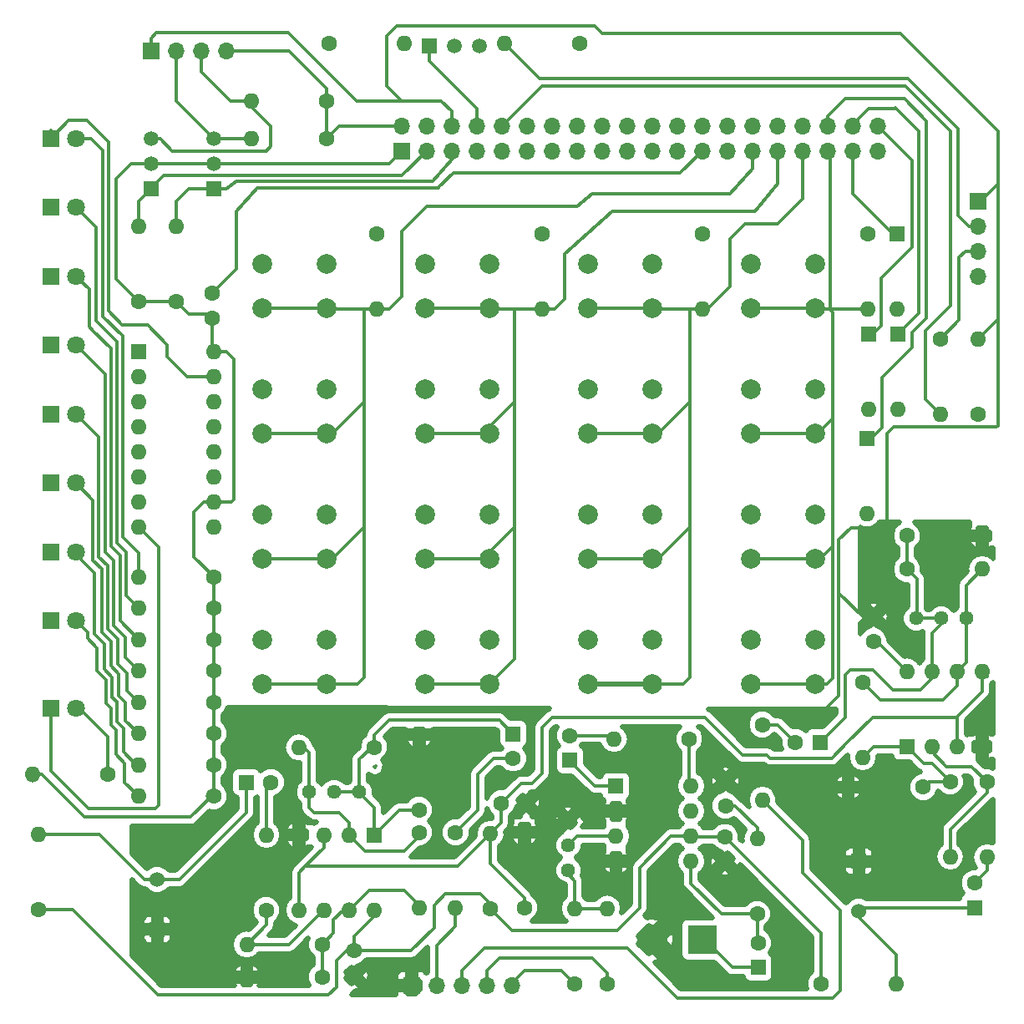
<source format=gbr>
G04 #@! TF.FileFunction,Copper,L2,Bot,Signal*
%FSLAX46Y46*%
G04 Gerber Fmt 4.6, Leading zero omitted, Abs format (unit mm)*
G04 Created by KiCad (PCBNEW 4.0.7) date 09/26/21 15:14:21*
%MOMM*%
%LPD*%
G01*
G04 APERTURE LIST*
%ADD10C,0.100000*%
%ADD11R,1.700000X1.700000*%
%ADD12O,1.700000X1.700000*%
%ADD13R,1.524000X1.524000*%
%ADD14C,1.524000*%
%ADD15C,1.600000*%
%ADD16C,2.000000*%
%ADD17C,1.440000*%
%ADD18O,1.600000X1.600000*%
%ADD19R,1.800000X1.800000*%
%ADD20C,1.800000*%
%ADD21R,1.600000X1.600000*%
%ADD22C,1.520000*%
%ADD23R,1.520000X1.520000*%
%ADD24R,3.000000X3.000000*%
%ADD25C,3.000000*%
%ADD26C,0.350000*%
%ADD27C,0.500000*%
G04 APERTURE END LIST*
D10*
D11*
X65786000Y-139192000D03*
D12*
X68326000Y-139192000D03*
X70866000Y-139192000D03*
X73406000Y-139192000D03*
X75946000Y-139192000D03*
D13*
X111100000Y-126610000D03*
D14*
X111100000Y-131690000D03*
D15*
X97540000Y-124140000D03*
X97540000Y-126640000D03*
D16*
X106680000Y-70540000D03*
X106680000Y-66040000D03*
X100180000Y-70540000D03*
X100180000Y-66040000D03*
D17*
X81661000Y-127508000D03*
X81661000Y-124968000D03*
X81661000Y-122428000D03*
X55400000Y-119600000D03*
X57940000Y-119600000D03*
X60480000Y-119600000D03*
D15*
X45720000Y-104140000D03*
D18*
X38100000Y-104140000D03*
D15*
X45570000Y-71550000D03*
X45570000Y-69050000D03*
D19*
X29210000Y-53340000D03*
D20*
X31750000Y-53340000D03*
D19*
X29210000Y-60325000D03*
D20*
X31750000Y-60325000D03*
D19*
X29210000Y-67310000D03*
D20*
X31750000Y-67310000D03*
D19*
X29210000Y-74295000D03*
D20*
X31750000Y-74295000D03*
D19*
X29210000Y-81280000D03*
D20*
X31750000Y-81280000D03*
D19*
X29210000Y-88265000D03*
D20*
X31750000Y-88265000D03*
D19*
X29210000Y-95250000D03*
D20*
X31750000Y-95250000D03*
D19*
X29210000Y-102235000D03*
D20*
X31750000Y-102235000D03*
D21*
X112100000Y-73200000D03*
D18*
X112100000Y-80820000D03*
D21*
X115062000Y-73152000D03*
D18*
X115062000Y-80772000D03*
D21*
X111980000Y-83760000D03*
D18*
X111980000Y-91380000D03*
D21*
X115020000Y-63020000D03*
D18*
X115020000Y-70640000D03*
D11*
X123190000Y-59690000D03*
D12*
X123190000Y-62230000D03*
X123190000Y-64770000D03*
X123190000Y-67310000D03*
D11*
X64770000Y-54610000D03*
D12*
X64770000Y-52070000D03*
X67310000Y-54610000D03*
X67310000Y-52070000D03*
X69850000Y-54610000D03*
X69850000Y-52070000D03*
X72390000Y-54610000D03*
X72390000Y-52070000D03*
X74930000Y-54610000D03*
X74930000Y-52070000D03*
X77470000Y-54610000D03*
X77470000Y-52070000D03*
X80010000Y-54610000D03*
X80010000Y-52070000D03*
X82550000Y-54610000D03*
X82550000Y-52070000D03*
X85090000Y-54610000D03*
X85090000Y-52070000D03*
X87630000Y-54610000D03*
X87630000Y-52070000D03*
X90170000Y-54610000D03*
X90170000Y-52070000D03*
X92710000Y-54610000D03*
X92710000Y-52070000D03*
X95250000Y-54610000D03*
X95250000Y-52070000D03*
X97790000Y-54610000D03*
X97790000Y-52070000D03*
X100330000Y-54610000D03*
X100330000Y-52070000D03*
X102870000Y-54610000D03*
X102870000Y-52070000D03*
X105410000Y-54610000D03*
X105410000Y-52070000D03*
X107950000Y-54610000D03*
X107950000Y-52070000D03*
X110490000Y-54610000D03*
X110490000Y-52070000D03*
X113030000Y-54610000D03*
X113030000Y-52070000D03*
D15*
X45720000Y-97790000D03*
D18*
X38100000Y-97790000D03*
D15*
X45720000Y-100965000D03*
D18*
X38100000Y-100965000D03*
D15*
X45720000Y-107315000D03*
D18*
X38100000Y-107315000D03*
D15*
X45720000Y-110490000D03*
D18*
X38100000Y-110490000D03*
D15*
X45720000Y-113665000D03*
D18*
X38100000Y-113665000D03*
D15*
X45720000Y-116840000D03*
D18*
X38100000Y-116840000D03*
D15*
X45720000Y-120015000D03*
D18*
X38100000Y-120015000D03*
D15*
X62230000Y-62992000D03*
D18*
X62230000Y-70612000D03*
D15*
X78994000Y-62992000D03*
D18*
X78994000Y-70612000D03*
D15*
X95250000Y-62992000D03*
D18*
X95250000Y-70612000D03*
D15*
X112014000Y-62992000D03*
D18*
X112014000Y-70612000D03*
D16*
X57150000Y-83240000D03*
X57150000Y-78740000D03*
X50650000Y-83240000D03*
X50650000Y-78740000D03*
X57150000Y-95940000D03*
X57150000Y-91440000D03*
X50650000Y-95940000D03*
X50650000Y-91440000D03*
X57150000Y-108640000D03*
X57150000Y-104140000D03*
X50650000Y-108640000D03*
X50650000Y-104140000D03*
X57150000Y-70540000D03*
X57150000Y-66040000D03*
X50650000Y-70540000D03*
X50650000Y-66040000D03*
X73660000Y-83240000D03*
X73660000Y-78740000D03*
X67160000Y-83240000D03*
X67160000Y-78740000D03*
X73660000Y-95940000D03*
X73660000Y-91440000D03*
X67160000Y-95940000D03*
X67160000Y-91440000D03*
X73660000Y-108640000D03*
X73660000Y-104140000D03*
X67160000Y-108640000D03*
X67160000Y-104140000D03*
X73660000Y-70540000D03*
X73660000Y-66040000D03*
X67160000Y-70540000D03*
X67160000Y-66040000D03*
X90170000Y-83240000D03*
X90170000Y-78740000D03*
X83670000Y-83240000D03*
X83670000Y-78740000D03*
X90170000Y-95940000D03*
X90170000Y-91440000D03*
X83670000Y-95940000D03*
X83670000Y-91440000D03*
X90170000Y-108640000D03*
X90170000Y-104140000D03*
X83670000Y-108640000D03*
X83670000Y-104140000D03*
X90170000Y-70540000D03*
X90170000Y-66040000D03*
X83670000Y-70540000D03*
X83670000Y-66040000D03*
X106680000Y-83240000D03*
X106680000Y-78740000D03*
X100180000Y-83240000D03*
X100180000Y-78740000D03*
X106680000Y-95940000D03*
X106680000Y-91440000D03*
X100180000Y-95940000D03*
X100180000Y-91440000D03*
X106680000Y-108640000D03*
X106680000Y-104140000D03*
X100180000Y-108640000D03*
X100180000Y-104140000D03*
D21*
X38100000Y-74930000D03*
D18*
X45720000Y-92710000D03*
X38100000Y-77470000D03*
X45720000Y-90170000D03*
X38100000Y-80010000D03*
X45720000Y-87630000D03*
X38100000Y-82550000D03*
X45720000Y-85090000D03*
X38100000Y-85090000D03*
X45720000Y-82550000D03*
X38100000Y-87630000D03*
X45720000Y-80010000D03*
X38100000Y-90170000D03*
X45720000Y-77470000D03*
X38100000Y-92710000D03*
X45720000Y-74930000D03*
D11*
X39370000Y-44450000D03*
D12*
X41910000Y-44450000D03*
X44450000Y-44450000D03*
X46990000Y-44450000D03*
D22*
X39370000Y-55880000D03*
X39370000Y-53340000D03*
D23*
X39370000Y-58420000D03*
D22*
X45720000Y-55880000D03*
X45720000Y-53340000D03*
D23*
X45720000Y-58420000D03*
D15*
X38100000Y-69850000D03*
D18*
X38100000Y-62230000D03*
D15*
X41910000Y-69850000D03*
D18*
X41910000Y-62230000D03*
D15*
X57150000Y-49530000D03*
D18*
X49530000Y-49530000D03*
D15*
X57150000Y-53340000D03*
D18*
X49530000Y-53340000D03*
D21*
X49022000Y-118618000D03*
D15*
X51522000Y-118618000D03*
X97610000Y-120970000D03*
X97610000Y-118470000D03*
X59944000Y-138176000D03*
X59944000Y-135676000D03*
D21*
X100930000Y-137390000D03*
D15*
X100930000Y-134890000D03*
D21*
X76080000Y-113690000D03*
D15*
X76080000Y-116190000D03*
D24*
X95250000Y-134590000D03*
D25*
X90170000Y-134590000D03*
D13*
X40000000Y-133540000D03*
D14*
X40000000Y-128460000D03*
D15*
X27950000Y-131500000D03*
D18*
X27950000Y-123880000D03*
D15*
X82340000Y-139030000D03*
D18*
X82340000Y-131410000D03*
D15*
X85580000Y-139030000D03*
D18*
X85580000Y-131410000D03*
D15*
X51054000Y-131572000D03*
D18*
X51054000Y-123952000D03*
D15*
X66548000Y-123698000D03*
D18*
X66548000Y-131318000D03*
D15*
X56700000Y-135050000D03*
D18*
X49080000Y-135050000D03*
D15*
X100810000Y-131940000D03*
D18*
X100810000Y-124320000D03*
D15*
X61976000Y-115062000D03*
D18*
X54356000Y-115062000D03*
D15*
X73787000Y-131445000D03*
D18*
X73787000Y-123825000D03*
D15*
X77216000Y-131318000D03*
D18*
X77216000Y-123698000D03*
D15*
X70231000Y-123698000D03*
D18*
X70231000Y-131318000D03*
D21*
X86487000Y-118999000D03*
D18*
X94107000Y-126619000D03*
X86487000Y-121539000D03*
X94107000Y-124079000D03*
X86487000Y-124079000D03*
X94107000Y-121539000D03*
X86487000Y-126619000D03*
X94107000Y-118999000D03*
D21*
X61976000Y-123952000D03*
D18*
X54356000Y-131572000D03*
X59436000Y-123952000D03*
X56896000Y-131572000D03*
X56896000Y-123952000D03*
X59436000Y-131572000D03*
X54356000Y-123952000D03*
X61976000Y-131572000D03*
D15*
X77370000Y-120730000D03*
X74870000Y-120730000D03*
D21*
X81840000Y-116360000D03*
D15*
X81840000Y-113860000D03*
X93920000Y-114220000D03*
D18*
X86300000Y-114220000D03*
D15*
X66548000Y-121412000D03*
D18*
X66548000Y-113792000D03*
D19*
X29210000Y-111125000D03*
D20*
X31750000Y-111125000D03*
D15*
X34950000Y-117800000D03*
D18*
X27330000Y-117800000D03*
D22*
X70104000Y-43942000D03*
X72644000Y-43942000D03*
D23*
X67564000Y-43942000D03*
D15*
X57404000Y-43688000D03*
D18*
X65024000Y-43688000D03*
D15*
X119380000Y-73660000D03*
D18*
X119380000Y-81280000D03*
D15*
X123190000Y-81280000D03*
D18*
X123190000Y-73660000D03*
D15*
X82804000Y-43688000D03*
D18*
X75184000Y-43688000D03*
D21*
X122860000Y-131310000D03*
D15*
X122860000Y-128810000D03*
X112610000Y-101830000D03*
X112610000Y-104330000D03*
D21*
X107188000Y-114554000D03*
D15*
X104688000Y-114554000D03*
X107290000Y-139030000D03*
D18*
X114910000Y-139030000D03*
D15*
X124110000Y-118580000D03*
D18*
X124110000Y-126200000D03*
D15*
X111506000Y-108458000D03*
D18*
X111506000Y-116078000D03*
D15*
X120370000Y-118520000D03*
D18*
X120370000Y-126140000D03*
D15*
X116000000Y-97000000D03*
D18*
X123620000Y-97000000D03*
D15*
X116000000Y-93600000D03*
D18*
X123620000Y-93600000D03*
D15*
X101346000Y-112776000D03*
D18*
X101346000Y-120396000D03*
D17*
X122000000Y-102000000D03*
X119460000Y-102000000D03*
X116920000Y-102000000D03*
D21*
X116000000Y-115000000D03*
D18*
X123620000Y-107380000D03*
X118540000Y-115000000D03*
X121080000Y-107380000D03*
X121080000Y-115000000D03*
X118540000Y-107380000D03*
X123620000Y-115000000D03*
X116000000Y-107380000D03*
D15*
X56700000Y-138350000D03*
D18*
X49080000Y-138350000D03*
D15*
X117650000Y-119100000D03*
D18*
X110030000Y-119100000D03*
D26*
X62127000Y-116933000D02*
X62000000Y-117060000D01*
X62090000Y-117150000D02*
X62000000Y-117060000D01*
X45720000Y-120015000D02*
X45535000Y-120015000D01*
X45535000Y-120015000D02*
X43400000Y-122150000D01*
X28300000Y-117800000D02*
X27330000Y-117800000D01*
X32650000Y-122150000D02*
X28300000Y-117800000D01*
X43400000Y-122150000D02*
X32650000Y-122150000D01*
X45720000Y-120015000D02*
X45720000Y-120480000D01*
X45720000Y-100965000D02*
X45720000Y-97790000D01*
X45720000Y-104140000D02*
X45720000Y-100965000D01*
X45720000Y-107315000D02*
X45720000Y-104140000D01*
X45720000Y-120015000D02*
X45085000Y-120015000D01*
X46005000Y-113380000D02*
X45720000Y-113665000D01*
X46101000Y-114046000D02*
X45720000Y-113665000D01*
X45720000Y-90170000D02*
X47498000Y-90170000D01*
X46990000Y-74930000D02*
X45720000Y-74930000D01*
X47752000Y-75692000D02*
X46990000Y-74930000D01*
X47752000Y-89916000D02*
X47752000Y-75692000D01*
X47498000Y-90170000D02*
X47752000Y-89916000D01*
X45570000Y-71550000D02*
X45570000Y-74780000D01*
X45570000Y-74780000D02*
X45720000Y-74930000D01*
X39370000Y-55880000D02*
X37390000Y-55880000D01*
X35850000Y-67600000D02*
X38100000Y-69850000D01*
X35850000Y-57420000D02*
X35850000Y-67600000D01*
X37390000Y-55880000D02*
X35850000Y-57420000D01*
X45720000Y-55880000D02*
X63500000Y-55880000D01*
X63500000Y-55880000D02*
X64770000Y-54610000D01*
X45720000Y-55880000D02*
X39370000Y-55880000D01*
X41910000Y-69850000D02*
X38100000Y-69850000D01*
X41910000Y-69850000D02*
X43180000Y-71120000D01*
X43180000Y-71120000D02*
X45140000Y-71120000D01*
X45140000Y-71120000D02*
X45570000Y-71550000D01*
X46210000Y-74930000D02*
X45720000Y-74930000D01*
X45720000Y-97790000D02*
X45720000Y-97760000D01*
X45720000Y-97760000D02*
X43700000Y-95740000D01*
X44740000Y-90170000D02*
X45720000Y-90170000D01*
X43700000Y-91210000D02*
X44740000Y-90170000D01*
X43700000Y-95740000D02*
X43700000Y-91210000D01*
X45720000Y-116840000D02*
X45720000Y-120015000D01*
X45720000Y-113665000D02*
X45720000Y-116840000D01*
X45720000Y-110490000D02*
X45720000Y-113665000D01*
X45720000Y-107315000D02*
X45720000Y-110490000D01*
X27350000Y-118450000D02*
X27350000Y-118196000D01*
X39300000Y-121285000D02*
X33020000Y-121285000D01*
X29210000Y-117475000D02*
X29210000Y-111125000D01*
X33020000Y-121285000D02*
X29210000Y-117475000D01*
X39300000Y-121285000D02*
X39805000Y-121285000D01*
X40132000Y-94742000D02*
X38100000Y-92710000D01*
X40132000Y-120650000D02*
X40132000Y-94742000D01*
X40132000Y-120958000D02*
X40132000Y-120650000D01*
X39805000Y-121285000D02*
X40132000Y-120958000D01*
X39370000Y-121285000D02*
X39300000Y-121285000D01*
X68550000Y-58330000D02*
X68550000Y-58300000D01*
X93010000Y-56850000D02*
X95250000Y-54610000D01*
X70000000Y-56850000D02*
X93010000Y-56850000D01*
X68550000Y-58300000D02*
X70000000Y-56850000D01*
X48010000Y-66610000D02*
X45570000Y-69050000D01*
X48010000Y-60690000D02*
X48010000Y-66610000D01*
X50170000Y-58330000D02*
X48010000Y-60690000D01*
X68550000Y-58330000D02*
X50170000Y-58330000D01*
D27*
X95250000Y-54610000D02*
X95250000Y-54991000D01*
D26*
X35050000Y-54430000D02*
X35050000Y-53740000D01*
X31030000Y-51520000D02*
X29210000Y-53340000D01*
X32830000Y-51520000D02*
X31030000Y-51520000D01*
X35050000Y-53740000D02*
X32830000Y-51520000D01*
X35050000Y-68430000D02*
X35050000Y-54430000D01*
X45720000Y-77470000D02*
X43030000Y-77470000D01*
X35050000Y-68430000D02*
X35050000Y-68430000D01*
X35050000Y-70830000D02*
X35050000Y-68430000D01*
X36460000Y-72240000D02*
X35050000Y-70830000D01*
X39020000Y-72240000D02*
X36460000Y-72240000D01*
X41030000Y-74250000D02*
X39020000Y-72240000D01*
X41030000Y-75470000D02*
X41030000Y-74250000D01*
X43030000Y-77470000D02*
X41030000Y-75470000D01*
X29210000Y-52550000D02*
X29210000Y-53340000D01*
X29500000Y-67020000D02*
X29210000Y-67310000D01*
X29210000Y-87695000D02*
X29210000Y-88265000D01*
X112100000Y-73200000D02*
X112570000Y-73200000D01*
X112570000Y-73200000D02*
X113420000Y-72350000D01*
X116550000Y-55590000D02*
X113030000Y-52070000D01*
X116550000Y-64390000D02*
X116550000Y-55590000D01*
X113420000Y-67520000D02*
X116550000Y-64390000D01*
X113420000Y-72350000D02*
X113420000Y-67520000D01*
X113360000Y-52400000D02*
X113030000Y-52070000D01*
X112100000Y-73200000D02*
X112100000Y-73100000D01*
X114890000Y-50290000D02*
X112130000Y-50290000D01*
X112130000Y-50290000D02*
X110490000Y-51930000D01*
X110490000Y-51930000D02*
X110490000Y-52070000D01*
X115062000Y-73152000D02*
X115062000Y-73148000D01*
X115062000Y-73148000D02*
X117180000Y-71030000D01*
X117180000Y-52580000D02*
X114890000Y-50290000D01*
X114890000Y-50290000D02*
X114860000Y-50260000D01*
X117180000Y-71030000D02*
X117180000Y-52580000D01*
X115316000Y-73152000D02*
X115062000Y-73152000D01*
X111980000Y-83760000D02*
X112340000Y-83760000D01*
X112340000Y-83760000D02*
X113460000Y-82640000D01*
X107950000Y-51110000D02*
X107950000Y-52070000D01*
X109720000Y-49340000D02*
X107950000Y-51110000D01*
X115750000Y-49340000D02*
X109720000Y-49340000D01*
X117960000Y-51550000D02*
X115750000Y-49340000D01*
X117960000Y-71590000D02*
X117960000Y-51550000D01*
X116510000Y-73040000D02*
X117960000Y-71590000D01*
X116510000Y-74490000D02*
X116510000Y-73040000D01*
X113460000Y-77540000D02*
X116510000Y-74490000D01*
X113460000Y-82640000D02*
X113460000Y-77540000D01*
D27*
X111980000Y-83760000D02*
X112234000Y-83760000D01*
X107950000Y-51689000D02*
X107950000Y-52070000D01*
D26*
X115020000Y-63020000D02*
X114600000Y-63020000D01*
X114600000Y-63020000D02*
X110490000Y-58910000D01*
X110490000Y-58910000D02*
X110490000Y-54610000D01*
X110490000Y-54610000D02*
X110490000Y-54864000D01*
X123190000Y-59690000D02*
X123444000Y-59690000D01*
X123444000Y-59690000D02*
X125222000Y-57912000D01*
X112610000Y-101830000D02*
X111482000Y-101830000D01*
X111482000Y-101830000D02*
X109080000Y-99428000D01*
X81661000Y-122428000D02*
X80518000Y-122428000D01*
X79248000Y-123698000D02*
X77216000Y-123698000D01*
X80518000Y-122428000D02*
X79248000Y-123698000D01*
X125222000Y-81760000D02*
X125222000Y-82468000D01*
X109080000Y-109800000D02*
X107120000Y-111760000D01*
X109080000Y-94030000D02*
X109080000Y-99428000D01*
X109080000Y-99428000D02*
X109080000Y-109800000D01*
X110300000Y-92810000D02*
X109080000Y-94030000D01*
X113540000Y-92810000D02*
X110300000Y-92810000D01*
X114000000Y-92350000D02*
X113540000Y-92810000D01*
X114000000Y-83250000D02*
X114000000Y-92350000D01*
X114650000Y-82600000D02*
X114000000Y-83250000D01*
X125090000Y-82600000D02*
X114650000Y-82600000D01*
X125222000Y-82468000D02*
X125090000Y-82600000D01*
X125222000Y-81530000D02*
X125222000Y-81760000D01*
X125222000Y-81760000D02*
X125222000Y-81888000D01*
X125222000Y-81080000D02*
X125222000Y-81530000D01*
X125222000Y-81530000D02*
X125222000Y-81948000D01*
X125222000Y-71120000D02*
X125222000Y-71628000D01*
X125222000Y-71628000D02*
X123190000Y-73660000D01*
X123444000Y-73914000D02*
X123190000Y-73660000D01*
X64780000Y-49540000D02*
X63246000Y-48006000D01*
X66802000Y-49540000D02*
X64780000Y-49540000D01*
X125222000Y-52578000D02*
X125222000Y-57912000D01*
X125222000Y-57912000D02*
X125222000Y-71120000D01*
X125222000Y-71120000D02*
X125222000Y-75692000D01*
X115316000Y-42672000D02*
X125222000Y-52578000D01*
X85090000Y-42672000D02*
X115316000Y-42672000D01*
X84328000Y-41910000D02*
X85090000Y-42672000D01*
X64262000Y-41910000D02*
X84328000Y-41910000D01*
X63246000Y-42926000D02*
X64262000Y-41910000D01*
X63246000Y-48006000D02*
X63246000Y-42926000D01*
X125222000Y-75692000D02*
X125222000Y-76708000D01*
X125222000Y-76708000D02*
X125222000Y-81080000D01*
X69850000Y-52070000D02*
X69850000Y-50600000D01*
X39370000Y-43190000D02*
X39370000Y-44450000D01*
X39920000Y-42640000D02*
X39370000Y-43190000D01*
X53310000Y-42640000D02*
X39920000Y-42640000D01*
X60210000Y-49540000D02*
X53310000Y-42640000D01*
X68790000Y-49540000D02*
X66802000Y-49540000D01*
X66802000Y-49540000D02*
X65786000Y-49540000D01*
X65786000Y-49540000D02*
X62738000Y-49540000D01*
X62738000Y-49540000D02*
X60210000Y-49540000D01*
X69850000Y-50600000D02*
X68790000Y-49540000D01*
X69850000Y-51410000D02*
X69850000Y-52070000D01*
X69850000Y-52070000D02*
X69850000Y-51530000D01*
X40000000Y-133540000D02*
X40000000Y-134075000D01*
X86487000Y-121539000D02*
X86741000Y-121539000D01*
X59944000Y-138176000D02*
X59944000Y-138811000D01*
X67564000Y-43942000D02*
X67564000Y-45466000D01*
X67564000Y-45466000D02*
X72390000Y-50292000D01*
X72390000Y-50292000D02*
X72390000Y-52070000D01*
X65278000Y-43942000D02*
X65024000Y-43688000D01*
X120396000Y-68620000D02*
X120396000Y-70294000D01*
X117850000Y-79750000D02*
X119380000Y-81280000D01*
X117850000Y-72840000D02*
X117850000Y-79750000D01*
X120396000Y-70294000D02*
X117850000Y-72840000D01*
X117221000Y-49403000D02*
X120396000Y-52578000D01*
X120396000Y-52578000D02*
X120396000Y-68620000D01*
X120396000Y-68620000D02*
X120396000Y-69088000D01*
X78994000Y-48006000D02*
X74930000Y-52070000D01*
X115824000Y-48006000D02*
X78994000Y-48006000D01*
X117221000Y-49403000D02*
X115824000Y-48006000D01*
X119310000Y-81280000D02*
X119380000Y-81280000D01*
X64770000Y-52070000D02*
X58420000Y-52070000D01*
X46990000Y-44450000D02*
X53340000Y-44450000D01*
X57150000Y-48260000D02*
X57150000Y-49530000D01*
X53340000Y-44450000D02*
X57150000Y-48260000D01*
X57150000Y-53340000D02*
X57150000Y-49530000D01*
X58420000Y-52070000D02*
X57150000Y-53340000D01*
X39370000Y-58420000D02*
X39370000Y-58400000D01*
X39370000Y-58400000D02*
X40660000Y-57110000D01*
X64810000Y-57110000D02*
X67310000Y-54610000D01*
X40660000Y-57110000D02*
X64810000Y-57110000D01*
X39370000Y-58420000D02*
X38100000Y-59690000D01*
X38100000Y-59690000D02*
X38100000Y-62230000D01*
X59944000Y-135676000D02*
X59174000Y-135676000D01*
X59174000Y-135676000D02*
X58150000Y-136700000D01*
X31400000Y-131500000D02*
X27950000Y-131500000D01*
X40050000Y-140150000D02*
X31400000Y-131500000D01*
X57350000Y-140150000D02*
X40050000Y-140150000D01*
X58150000Y-139350000D02*
X57350000Y-140150000D01*
X58150000Y-136700000D02*
X58150000Y-139350000D01*
X59944000Y-135676000D02*
X59224000Y-135676000D01*
X94107000Y-124079000D02*
X92075000Y-124079000D01*
X75946000Y-133604000D02*
X73787000Y-131445000D01*
X86614000Y-133604000D02*
X75946000Y-133604000D01*
X88900000Y-131318000D02*
X86614000Y-133604000D01*
X88900000Y-127254000D02*
X88900000Y-131318000D01*
X92075000Y-124079000D02*
X88900000Y-127254000D01*
X107290000Y-139030000D02*
X107290000Y-133890000D01*
X107290000Y-133890000D02*
X97540000Y-124140000D01*
X112610000Y-104330000D02*
X112950000Y-104330000D01*
X112950000Y-104330000D02*
X116000000Y-107380000D01*
X97540000Y-124140000D02*
X95470000Y-124140000D01*
X95470000Y-124140000D02*
X94168000Y-124140000D01*
X94168000Y-124140000D02*
X94107000Y-124079000D01*
X73787000Y-131445000D02*
X73787000Y-130937000D01*
X73787000Y-130937000D02*
X72771000Y-129921000D01*
X65746000Y-135676000D02*
X59944000Y-135676000D01*
X68072000Y-133350000D02*
X65746000Y-135676000D01*
X68072000Y-131064000D02*
X68072000Y-133350000D01*
X69215000Y-129921000D02*
X68072000Y-131064000D01*
X72771000Y-129921000D02*
X69215000Y-129921000D01*
X61976000Y-131572000D02*
X61976000Y-132207000D01*
X61976000Y-132207000D02*
X59944000Y-134239000D01*
X59944000Y-134239000D02*
X59944000Y-135676000D01*
X73787000Y-131699000D02*
X73787000Y-131445000D01*
X45720000Y-58420000D02*
X47040000Y-58420000D01*
X69850000Y-55500000D02*
X69850000Y-54610000D01*
X67950000Y-57680000D02*
X69850000Y-55500000D01*
X48060000Y-57680000D02*
X67950000Y-57680000D01*
X47040000Y-58420000D02*
X48060000Y-57680000D01*
X45720000Y-58420000D02*
X43180000Y-58420000D01*
X41910000Y-59690000D02*
X41910000Y-62230000D01*
X43180000Y-58420000D02*
X41910000Y-59690000D01*
X62230000Y-70612000D02*
X63500000Y-70612000D01*
X100330000Y-56388000D02*
X100330000Y-54610000D01*
X98044000Y-58928000D02*
X100330000Y-56388000D01*
X84074000Y-58928000D02*
X98044000Y-58928000D01*
X82550000Y-60198000D02*
X84074000Y-58928000D01*
X67310000Y-60198000D02*
X82550000Y-60198000D01*
X64770000Y-62738000D02*
X67310000Y-60198000D01*
X64770000Y-69342000D02*
X64770000Y-62738000D01*
X63500000Y-70612000D02*
X64770000Y-69342000D01*
X60960000Y-81026000D02*
X60960000Y-70612000D01*
X62230000Y-70612000D02*
X60960000Y-70612000D01*
X60960000Y-70612000D02*
X57222000Y-70612000D01*
X57222000Y-70612000D02*
X57150000Y-70540000D01*
X50650000Y-70540000D02*
X57150000Y-70540000D01*
X50650000Y-83240000D02*
X57150000Y-83240000D01*
X50650000Y-108640000D02*
X57150000Y-108640000D01*
X50650000Y-95940000D02*
X57150000Y-95940000D01*
X57150000Y-95940000D02*
X57730000Y-95940000D01*
X57730000Y-95940000D02*
X60960000Y-92710000D01*
X57150000Y-83240000D02*
X57730000Y-83240000D01*
X57730000Y-83240000D02*
X60960000Y-80010000D01*
X57150000Y-70540000D02*
X57730000Y-70540000D01*
X57150000Y-108640000D02*
X60270000Y-108640000D01*
X60960000Y-107950000D02*
X60960000Y-92710000D01*
X60960000Y-92710000D02*
X60960000Y-81026000D01*
X60960000Y-81026000D02*
X60960000Y-80010000D01*
X60270000Y-108640000D02*
X60960000Y-107950000D01*
X78994000Y-70612000D02*
X80264000Y-70612000D01*
X102870000Y-57912000D02*
X102870000Y-54610000D01*
X100584000Y-60706000D02*
X102870000Y-57912000D01*
X86106000Y-60706000D02*
X100584000Y-60706000D01*
X81280000Y-65024000D02*
X86106000Y-60706000D01*
X81280000Y-69596000D02*
X81280000Y-65024000D01*
X80264000Y-70612000D02*
X81280000Y-69596000D01*
X76200000Y-80518000D02*
X76200000Y-70612000D01*
X78994000Y-70612000D02*
X76200000Y-70612000D01*
X76200000Y-70612000D02*
X73732000Y-70612000D01*
X73732000Y-70612000D02*
X73660000Y-70540000D01*
X73660000Y-83240000D02*
X73660000Y-82550000D01*
X73660000Y-82550000D02*
X76200000Y-80010000D01*
X73660000Y-95940000D02*
X73660000Y-95250000D01*
X73660000Y-95250000D02*
X76200000Y-92710000D01*
X76200000Y-80010000D02*
X76200000Y-80518000D01*
X76200000Y-80518000D02*
X76200000Y-92710000D01*
X76200000Y-92710000D02*
X76200000Y-106100000D01*
X76200000Y-106100000D02*
X73660000Y-108640000D01*
X67160000Y-70540000D02*
X73660000Y-70540000D01*
X67160000Y-83240000D02*
X73660000Y-83240000D01*
X67160000Y-95940000D02*
X73660000Y-95940000D01*
X67160000Y-108640000D02*
X73660000Y-108640000D01*
X98044000Y-64262000D02*
X98044000Y-63500000D01*
X105410000Y-59436000D02*
X105410000Y-54610000D01*
X102870000Y-61976000D02*
X105410000Y-59436000D01*
X99568000Y-61976000D02*
X102870000Y-61976000D01*
X98044000Y-63500000D02*
X99568000Y-61976000D01*
X95250000Y-70612000D02*
X95758000Y-70612000D01*
X95758000Y-70612000D02*
X98044000Y-68326000D01*
X98044000Y-68326000D02*
X98044000Y-64262000D01*
X95250000Y-70612000D02*
X95504000Y-70612000D01*
X93980000Y-80518000D02*
X93980000Y-70612000D01*
X93980000Y-70612000D02*
X93726000Y-70612000D01*
X95250000Y-70612000D02*
X93726000Y-70612000D01*
X93726000Y-70612000D02*
X90242000Y-70612000D01*
X90242000Y-70612000D02*
X90170000Y-70540000D01*
X90496000Y-70866000D02*
X90170000Y-70540000D01*
X90170000Y-70540000D02*
X83670000Y-70540000D01*
X83670000Y-83240000D02*
X90170000Y-83240000D01*
X90170000Y-95940000D02*
X83670000Y-95940000D01*
X90170000Y-70540000D02*
X90750000Y-70540000D01*
X90170000Y-83240000D02*
X90750000Y-83240000D01*
X90750000Y-83240000D02*
X93980000Y-80010000D01*
X90170000Y-95940000D02*
X90750000Y-95940000D01*
X90750000Y-95940000D02*
X93980000Y-92710000D01*
X93290000Y-108640000D02*
X90170000Y-108640000D01*
X93980000Y-107950000D02*
X93290000Y-108640000D01*
X93980000Y-83820000D02*
X93980000Y-92710000D01*
X93980000Y-92710000D02*
X93980000Y-107950000D01*
X93980000Y-80010000D02*
X93980000Y-80518000D01*
X93980000Y-80518000D02*
X93980000Y-83820000D01*
D27*
X90170000Y-108640000D02*
X83670000Y-108640000D01*
D26*
X105410000Y-51440000D02*
X105410000Y-52070000D01*
X108210000Y-70710000D02*
X108210000Y-54870000D01*
X108210000Y-54870000D02*
X107950000Y-54610000D01*
X108470000Y-71870000D02*
X108470000Y-70970000D01*
X108470000Y-70970000D02*
X108210000Y-70710000D01*
X108210000Y-70710000D02*
X108112000Y-70612000D01*
X106680000Y-95940000D02*
X107170000Y-95940000D01*
X107170000Y-95940000D02*
X108470000Y-94640000D01*
X106680000Y-83240000D02*
X106950000Y-83240000D01*
X106950000Y-83240000D02*
X108470000Y-81720000D01*
X106680000Y-108640000D02*
X107880000Y-108640000D01*
X108470000Y-108050000D02*
X108470000Y-94640000D01*
X108470000Y-94640000D02*
X108470000Y-81720000D01*
X108470000Y-81720000D02*
X108470000Y-71870000D01*
X108470000Y-71870000D02*
X108470000Y-71380000D01*
X107880000Y-108640000D02*
X108470000Y-108050000D01*
X112014000Y-70612000D02*
X109238000Y-70612000D01*
X108966000Y-70612000D02*
X108112000Y-70612000D01*
X109238000Y-70612000D02*
X108966000Y-70612000D01*
X108112000Y-70612000D02*
X106752000Y-70612000D01*
X106752000Y-70612000D02*
X106680000Y-70540000D01*
X106680000Y-70540000D02*
X107160000Y-70540000D01*
X100180000Y-70540000D02*
X106680000Y-70540000D01*
X108458000Y-55118000D02*
X107950000Y-54610000D01*
X106680000Y-95940000D02*
X106740000Y-95940000D01*
X106680000Y-83240000D02*
X107410000Y-83240000D01*
X106680000Y-108640000D02*
X102870000Y-108640000D01*
X102870000Y-108640000D02*
X100180000Y-108640000D01*
X106680000Y-95940000D02*
X104140000Y-95940000D01*
X104140000Y-95940000D02*
X100180000Y-95940000D01*
X100180000Y-83240000D02*
X104140000Y-83240000D01*
X104140000Y-83240000D02*
X106680000Y-83240000D01*
D27*
X106100000Y-108640000D02*
X106680000Y-108640000D01*
D26*
X38100000Y-97790000D02*
X38100000Y-95400000D01*
X38100000Y-95400000D02*
X36470000Y-93770000D01*
X36470000Y-73810000D02*
X36470000Y-73330000D01*
X34499998Y-71359998D02*
X34499998Y-54539998D01*
X34499998Y-54539998D02*
X33300000Y-53340000D01*
X33300000Y-53340000D02*
X31750000Y-53340000D01*
X36470000Y-73330000D02*
X34499998Y-71359998D01*
X36470000Y-89590000D02*
X36470000Y-73810000D01*
X36470000Y-93770000D02*
X36470000Y-89590000D01*
X36470000Y-73810000D02*
X36470000Y-73410000D01*
X38100000Y-97790000D02*
X38100000Y-97690000D01*
X33790000Y-64770000D02*
X33790000Y-62365000D01*
X33790000Y-62365000D02*
X31750000Y-60325000D01*
X35890000Y-93750000D02*
X35890000Y-94340000D01*
X36850000Y-95300000D02*
X36850000Y-99715000D01*
X35890000Y-94340000D02*
X36850000Y-95300000D01*
X36850000Y-99715000D02*
X38100000Y-100965000D01*
X35890000Y-93750000D02*
X35890000Y-88850000D01*
X35890000Y-88850000D02*
X35890000Y-73930000D01*
X35890000Y-73930000D02*
X33790000Y-71830000D01*
X33790000Y-71830000D02*
X33790000Y-64770000D01*
X31750000Y-60685000D02*
X31750000Y-60325000D01*
X33080000Y-71755000D02*
X33080000Y-68640000D01*
X33080000Y-68640000D02*
X31750000Y-67310000D01*
X35280000Y-94590000D02*
X35280000Y-94710000D01*
X36210000Y-95640000D02*
X36210000Y-102250000D01*
X35280000Y-94710000D02*
X36210000Y-95640000D01*
X35280000Y-94590000D02*
X35280000Y-89310000D01*
X36210000Y-102250000D02*
X38100000Y-104140000D01*
X35280000Y-89310000D02*
X35280000Y-74650000D01*
X35280000Y-74650000D02*
X33490000Y-72860000D01*
X33080000Y-72450000D02*
X33080000Y-71755000D01*
X33490000Y-72860000D02*
X33080000Y-72450000D01*
X38100000Y-104140000D02*
X37590000Y-104140000D01*
X34690000Y-78740000D02*
X34690000Y-77235000D01*
X34690000Y-77235000D02*
X31750000Y-74295000D01*
X34690000Y-95040000D02*
X34690000Y-95280000D01*
X36740000Y-103930000D02*
X36740000Y-105955000D01*
X35560000Y-102750000D02*
X36740000Y-103930000D01*
X35560000Y-96150000D02*
X35560000Y-102750000D01*
X34690000Y-95280000D02*
X35560000Y-96150000D01*
X34690000Y-95040000D02*
X34690000Y-89770000D01*
X36740000Y-105955000D02*
X38100000Y-107315000D01*
X34690000Y-89770000D02*
X34690000Y-78740000D01*
X34076285Y-85725000D02*
X34076285Y-83606285D01*
X34076285Y-83606285D02*
X31750000Y-81280000D01*
X34090000Y-95430000D02*
X34090000Y-95740000D01*
X36940000Y-107540000D02*
X36940000Y-109330000D01*
X35990000Y-106590000D02*
X36940000Y-107540000D01*
X35990000Y-104080000D02*
X35990000Y-106590000D01*
X34950000Y-103040000D02*
X35990000Y-104080000D01*
X34950000Y-96600000D02*
X34950000Y-103040000D01*
X34090000Y-95740000D02*
X34950000Y-96600000D01*
X34076285Y-91504694D02*
X34076285Y-85725000D01*
X32177430Y-81707430D02*
X31750000Y-81280000D01*
X36940000Y-109330000D02*
X38100000Y-110490000D01*
X34090000Y-91550000D02*
X34076285Y-91504694D01*
X34090000Y-95430000D02*
X34090000Y-91550000D01*
X33470000Y-93345000D02*
X33470000Y-89985000D01*
X33470000Y-89985000D02*
X31750000Y-88265000D01*
X33470000Y-95890000D02*
X33470000Y-96090000D01*
X36770000Y-110510000D02*
X36770000Y-112335000D01*
X36070000Y-109810000D02*
X36770000Y-110510000D01*
X36070000Y-107620000D02*
X36070000Y-109810000D01*
X35280000Y-106830000D02*
X36070000Y-107620000D01*
X35280000Y-104300000D02*
X35280000Y-106830000D01*
X34380000Y-103400000D02*
X35280000Y-104300000D01*
X34380000Y-97000000D02*
X34380000Y-103400000D01*
X33470000Y-96090000D02*
X34380000Y-97000000D01*
X33470000Y-95890000D02*
X33470000Y-93345000D01*
X36770000Y-112335000D02*
X38100000Y-113665000D01*
X33640000Y-100300000D02*
X33640000Y-97390000D01*
X33640000Y-97390000D02*
X31750000Y-95500000D01*
X31750000Y-95500000D02*
X31750000Y-95250000D01*
X35870000Y-110440000D02*
X35870000Y-112430000D01*
X35430000Y-110000000D02*
X35870000Y-110440000D01*
X35430000Y-107970000D02*
X35430000Y-110000000D01*
X34620000Y-107160000D02*
X35430000Y-107970000D01*
X34620000Y-104580000D02*
X34620000Y-107160000D01*
X33640000Y-103600000D02*
X34620000Y-104580000D01*
X33640000Y-100300000D02*
X33640000Y-103600000D01*
X38100000Y-116840000D02*
X37850000Y-116840000D01*
X37850000Y-116840000D02*
X36560000Y-115550000D01*
X36560000Y-113120000D02*
X35870000Y-112430000D01*
X36560000Y-115550000D02*
X36560000Y-113120000D01*
X33915000Y-107315000D02*
X33915000Y-104975000D01*
X32940000Y-103425000D02*
X31750000Y-102235000D01*
X32940000Y-104000000D02*
X32940000Y-103425000D01*
X33915000Y-104975000D02*
X32940000Y-104000000D01*
X36700000Y-118615000D02*
X38100000Y-120015000D01*
X36700000Y-116700000D02*
X36700000Y-118615000D01*
X35800000Y-115800000D02*
X36700000Y-116700000D01*
X35800000Y-113300000D02*
X35800000Y-115800000D01*
X35300000Y-112800000D02*
X35800000Y-113300000D01*
X35300000Y-111100000D02*
X35300000Y-112800000D01*
X34800000Y-110600000D02*
X35300000Y-111100000D01*
X34800000Y-108200000D02*
X34800000Y-110600000D01*
X33915000Y-107315000D02*
X34800000Y-108200000D01*
X41910000Y-44450000D02*
X41910000Y-49530000D01*
X41910000Y-49530000D02*
X45720000Y-53340000D01*
X49530000Y-53340000D02*
X45720000Y-53340000D01*
X49530000Y-49530000D02*
X47390000Y-49530000D01*
X44450000Y-46590000D02*
X44450000Y-44450000D01*
X47390000Y-49530000D02*
X44450000Y-46590000D01*
X39370000Y-53340000D02*
X40300000Y-53340000D01*
X51510000Y-52120000D02*
X49530000Y-50140000D01*
X51510000Y-54090000D02*
X51510000Y-52120000D01*
X51030000Y-54620000D02*
X51510000Y-54090000D01*
X41510000Y-54620000D02*
X51030000Y-54620000D01*
X40300000Y-53340000D02*
X41510000Y-54620000D01*
X49530000Y-50140000D02*
X49530000Y-49530000D01*
X27950000Y-123880000D02*
X34130000Y-123880000D01*
X38710000Y-128460000D02*
X40000000Y-128460000D01*
X34130000Y-123880000D02*
X38710000Y-128460000D01*
X49022000Y-118618000D02*
X49022000Y-121666000D01*
X42228000Y-128460000D02*
X40000000Y-128460000D01*
X49022000Y-121666000D02*
X42228000Y-128460000D01*
X40000000Y-128460000D02*
X40000000Y-129095000D01*
X51054000Y-123952000D02*
X51054000Y-119086000D01*
X51054000Y-119086000D02*
X51522000Y-118618000D01*
X51522000Y-118618000D02*
X51522000Y-118748000D01*
X97610000Y-120970000D02*
X98530000Y-120970000D01*
X100810000Y-123250000D02*
X100810000Y-124320000D01*
X98530000Y-120970000D02*
X100810000Y-123250000D01*
X95250000Y-134590000D02*
X95500000Y-134590000D01*
X95500000Y-134590000D02*
X98300000Y-137390000D01*
X98300000Y-137390000D02*
X100930000Y-137390000D01*
X95900000Y-135720000D02*
X95610000Y-135720000D01*
X95610000Y-133276000D02*
X95610000Y-135720000D01*
X95610000Y-135720000D02*
X95610000Y-135215000D01*
X100810000Y-131940000D02*
X97190000Y-131940000D01*
X94107000Y-128857000D02*
X94107000Y-126619000D01*
X97190000Y-131940000D02*
X94107000Y-128857000D01*
X100810000Y-131940000D02*
X100810000Y-134770000D01*
X100810000Y-134770000D02*
X100930000Y-134890000D01*
X66548000Y-121412000D02*
X64516000Y-121412000D01*
X64516000Y-121412000D02*
X61976000Y-123952000D01*
X61976000Y-115062000D02*
X61976000Y-113792000D01*
X74658000Y-112268000D02*
X76080000Y-113690000D01*
X63500000Y-112268000D02*
X74658000Y-112268000D01*
X61976000Y-113792000D02*
X63500000Y-112268000D01*
X61976000Y-115062000D02*
X61722000Y-115062000D01*
X61722000Y-115062000D02*
X60480000Y-116304000D01*
X60480000Y-116304000D02*
X60480000Y-119600000D01*
X60480000Y-119600000D02*
X60480000Y-119662000D01*
X60480000Y-119662000D02*
X61976000Y-121158000D01*
X61976000Y-121158000D02*
X61976000Y-123952000D01*
X60480000Y-119600000D02*
X57940000Y-119600000D01*
X76080000Y-116190000D02*
X74080000Y-116190000D01*
X72480000Y-121449000D02*
X70231000Y-123698000D01*
X72480000Y-117790000D02*
X72480000Y-121449000D01*
X74080000Y-116190000D02*
X72480000Y-117790000D01*
X70231000Y-123698000D02*
X70542000Y-123698000D01*
X70612000Y-123698000D02*
X70231000Y-123698000D01*
X70231000Y-131318000D02*
X70231000Y-133223000D01*
X68326000Y-135128000D02*
X68326000Y-139192000D01*
X70231000Y-133223000D02*
X68326000Y-135128000D01*
X70866000Y-139192000D02*
X70866000Y-137668000D01*
X70866000Y-137668000D02*
X73152000Y-135382000D01*
X105410000Y-124460000D02*
X101346000Y-120396000D01*
X105410000Y-127762000D02*
X105410000Y-124460000D01*
X109220000Y-131572000D02*
X105410000Y-127762000D01*
X109220000Y-139700000D02*
X109220000Y-131572000D01*
X108458000Y-140462000D02*
X109220000Y-139700000D01*
X92710000Y-140462000D02*
X108458000Y-140462000D01*
X87630000Y-135382000D02*
X92710000Y-140462000D01*
X73152000Y-135382000D02*
X87630000Y-135382000D01*
X73406000Y-139192000D02*
X73406000Y-137668000D01*
X85580000Y-137904000D02*
X85580000Y-139030000D01*
X84074000Y-136398000D02*
X85580000Y-137904000D01*
X74676000Y-136398000D02*
X84074000Y-136398000D01*
X73406000Y-137668000D02*
X74676000Y-136398000D01*
X85580000Y-138855000D02*
X85580000Y-139030000D01*
X85580000Y-139030000D02*
X85580000Y-138430000D01*
X85580000Y-131410000D02*
X82340000Y-131410000D01*
X81661000Y-127508000D02*
X81661000Y-127911000D01*
X81661000Y-127911000D02*
X82340000Y-128590000D01*
X82340000Y-128590000D02*
X82340000Y-131410000D01*
X82340000Y-130648000D02*
X82340000Y-131410000D01*
X82390000Y-131360000D02*
X82340000Y-131410000D01*
X85580000Y-131410000D02*
X85580000Y-131380000D01*
X82390000Y-131360000D02*
X82340000Y-131410000D01*
X85580000Y-131410000D02*
X85580000Y-131330000D01*
X51054000Y-131572000D02*
X51054000Y-133076000D01*
X51054000Y-133076000D02*
X49080000Y-135050000D01*
X56896000Y-131572000D02*
X56828000Y-131572000D01*
X56828000Y-131572000D02*
X53350000Y-135050000D01*
X53350000Y-135050000D02*
X49080000Y-135050000D01*
X56896000Y-131572000D02*
X56642000Y-131572000D01*
X49080000Y-135050000D02*
X49588000Y-135050000D01*
X54356000Y-115062000D02*
X54864000Y-115062000D01*
X54864000Y-115062000D02*
X55400000Y-115598000D01*
X55400000Y-115598000D02*
X55400000Y-119600000D01*
X55400000Y-119600000D02*
X55400000Y-121186000D01*
X59436000Y-122682000D02*
X59436000Y-123952000D01*
X58420000Y-121666000D02*
X59436000Y-122682000D01*
X55880000Y-121666000D02*
X58420000Y-121666000D01*
X55400000Y-121186000D02*
X55880000Y-121666000D01*
X66548000Y-123698000D02*
X66548000Y-124079000D01*
X66548000Y-124079000D02*
X65024000Y-125603000D01*
X61087000Y-125603000D02*
X59436000Y-123952000D01*
X65024000Y-125603000D02*
X61087000Y-125603000D01*
X66548000Y-123698000D02*
X66538000Y-123698000D01*
X56700000Y-135050000D02*
X56700000Y-138350000D01*
X59436000Y-131572000D02*
X58828000Y-131572000D01*
X58828000Y-131572000D02*
X57850000Y-132550000D01*
X57850000Y-133900000D02*
X56700000Y-135050000D01*
X57850000Y-132550000D02*
X57850000Y-133900000D01*
X66548000Y-131318000D02*
X66548000Y-131064000D01*
X66548000Y-131064000D02*
X65024000Y-129540000D01*
X65024000Y-129540000D02*
X61468000Y-129540000D01*
X61468000Y-129540000D02*
X59436000Y-131572000D01*
X59436000Y-131572000D02*
X59436000Y-130937000D01*
X86487000Y-124079000D02*
X82550000Y-124079000D01*
X82550000Y-124079000D02*
X81661000Y-124968000D01*
X100650000Y-115824000D02*
X101824000Y-115824000D01*
X109950000Y-114600000D02*
X109950000Y-114586000D01*
X108400000Y-116150000D02*
X109950000Y-114600000D01*
X102150000Y-116150000D02*
X108400000Y-116150000D01*
X101824000Y-115824000D02*
X102150000Y-116150000D01*
X78994000Y-116260000D02*
X78994000Y-117676000D01*
X76910000Y-118690000D02*
X74870000Y-120730000D01*
X77980000Y-118690000D02*
X76910000Y-118690000D01*
X78994000Y-117676000D02*
X77980000Y-118690000D01*
X74870000Y-120730000D02*
X74870000Y-122742000D01*
X74870000Y-122742000D02*
X73787000Y-123825000D01*
X73787000Y-123825000D02*
X73645000Y-123825000D01*
X78994000Y-113030000D02*
X78994000Y-116260000D01*
X121080000Y-112014000D02*
X112522000Y-112014000D01*
X112522000Y-112014000D02*
X109950000Y-114586000D01*
X100650000Y-115824000D02*
X99314000Y-115824000D01*
X99314000Y-115824000D02*
X95504000Y-112014000D01*
X95504000Y-112014000D02*
X80010000Y-112014000D01*
X80010000Y-112014000D02*
X78994000Y-113030000D01*
X73787000Y-123825000D02*
X73787000Y-126873000D01*
X77216000Y-130302000D02*
X77216000Y-131318000D01*
X73787000Y-126873000D02*
X77216000Y-130302000D01*
X123620000Y-107380000D02*
X123620000Y-109380000D01*
X121080000Y-111920000D02*
X121080000Y-112014000D01*
X121080000Y-112014000D02*
X121080000Y-115000000D01*
X123620000Y-109380000D02*
X121080000Y-111920000D01*
X124100000Y-107860000D02*
X123620000Y-107380000D01*
X74168000Y-123825000D02*
X73787000Y-123825000D01*
X54991000Y-127127000D02*
X70485000Y-127127000D01*
X70485000Y-127127000D02*
X73787000Y-123825000D01*
X56896000Y-123952000D02*
X56896000Y-125222000D01*
X54356000Y-127762000D02*
X54356000Y-131572000D01*
X56896000Y-125222000D02*
X54991000Y-127127000D01*
X54991000Y-127127000D02*
X54356000Y-127762000D01*
X56896000Y-123952000D02*
X56896000Y-123572000D01*
X74077000Y-123535000D02*
X73787000Y-123825000D01*
X81840000Y-116360000D02*
X81840000Y-116470000D01*
X81840000Y-116470000D02*
X84369000Y-118999000D01*
X84369000Y-118999000D02*
X86487000Y-118999000D01*
X82232000Y-116502000D02*
X81840000Y-116360000D01*
X81840000Y-113860000D02*
X85940000Y-113860000D01*
X85940000Y-113860000D02*
X86300000Y-114220000D01*
X81840000Y-113860000D02*
X81840000Y-113840000D01*
X93920000Y-114220000D02*
X93920000Y-118812000D01*
X93920000Y-118812000D02*
X94107000Y-118999000D01*
X93939000Y-118831000D02*
X94107000Y-118999000D01*
X31750000Y-111125000D02*
X32125000Y-111125000D01*
X32125000Y-111125000D02*
X34950000Y-113950000D01*
X34950000Y-113950000D02*
X34950000Y-117800000D01*
X123190000Y-62230000D02*
X122240000Y-62230000D01*
X117970000Y-49120000D02*
X117970000Y-49136000D01*
X121200000Y-52350000D02*
X117970000Y-49120000D01*
X121200000Y-61190000D02*
X121200000Y-52350000D01*
X122240000Y-62230000D02*
X121200000Y-61190000D01*
X78740000Y-47244000D02*
X75184000Y-43688000D01*
X116078000Y-47244000D02*
X78740000Y-47244000D01*
X117970000Y-49136000D02*
X116078000Y-47244000D01*
X75184000Y-43688000D02*
X75184000Y-43180000D01*
X72898000Y-43688000D02*
X72644000Y-43942000D01*
X72644000Y-43942000D02*
X72644000Y-43434000D01*
X123190000Y-64770000D02*
X121920000Y-64770000D01*
X121270000Y-71770000D02*
X119380000Y-73660000D01*
X121270000Y-65420000D02*
X121270000Y-71770000D01*
X121920000Y-64770000D02*
X121270000Y-65420000D01*
X111090000Y-131680000D02*
X111090000Y-132270000D01*
X111090000Y-132270000D02*
X114910000Y-136090000D01*
X122860000Y-131310000D02*
X111460000Y-131310000D01*
X111460000Y-131310000D02*
X111090000Y-131680000D01*
X114910000Y-136090000D02*
X114910000Y-139030000D01*
X124110000Y-126200000D02*
X124110000Y-127560000D01*
X124110000Y-127560000D02*
X122860000Y-128810000D01*
X116000000Y-93600000D02*
X116000000Y-97000000D01*
X118540000Y-107380000D02*
X118540000Y-108028000D01*
X118540000Y-108028000D02*
X117348000Y-109220000D01*
X109728000Y-112014000D02*
X107188000Y-114554000D01*
X109728000Y-107696000D02*
X109728000Y-112014000D01*
X110236000Y-107188000D02*
X109728000Y-107696000D01*
X112522000Y-107188000D02*
X110236000Y-107188000D01*
X114554000Y-109220000D02*
X112522000Y-107188000D01*
X117348000Y-109220000D02*
X114554000Y-109220000D01*
X119460000Y-102000000D02*
X116920000Y-102000000D01*
X116000000Y-97000000D02*
X117000000Y-98000000D01*
X117000000Y-98000000D02*
X117000000Y-101920000D01*
X117000000Y-101920000D02*
X116920000Y-102000000D01*
X119460000Y-102000000D02*
X119460000Y-102540000D01*
X119460000Y-102540000D02*
X118540000Y-103460000D01*
X118540000Y-103460000D02*
X118540000Y-107380000D01*
X101346000Y-112776000D02*
X102910000Y-112776000D01*
X102910000Y-112776000D02*
X104688000Y-114554000D01*
X118540000Y-115000000D02*
X118540000Y-115540000D01*
X118540000Y-115540000D02*
X120000000Y-117000000D01*
X120000000Y-117000000D02*
X122530000Y-117000000D01*
X122530000Y-117000000D02*
X124110000Y-118580000D01*
X124110000Y-118580000D02*
X124110000Y-119640000D01*
X120370000Y-123380000D02*
X120370000Y-126140000D01*
X124110000Y-119640000D02*
X120370000Y-123380000D01*
X121080000Y-107380000D02*
X121080000Y-108790000D01*
X113284000Y-110236000D02*
X111506000Y-108458000D01*
X119634000Y-110236000D02*
X113284000Y-110236000D01*
X121080000Y-108790000D02*
X119634000Y-110236000D01*
X122000000Y-102000000D02*
X122000000Y-106460000D01*
X122000000Y-106460000D02*
X121080000Y-107380000D01*
X122000000Y-102000000D02*
X122000000Y-98620000D01*
X122000000Y-98620000D02*
X123620000Y-97000000D01*
X120370000Y-118520000D02*
X118230000Y-118520000D01*
X118230000Y-118520000D02*
X117650000Y-119100000D01*
X116000000Y-115000000D02*
X117700000Y-116700000D01*
X118550000Y-116700000D02*
X120370000Y-118520000D01*
X117700000Y-116700000D02*
X118550000Y-116700000D01*
X116000000Y-115000000D02*
X112584000Y-115000000D01*
X112584000Y-115000000D02*
X111506000Y-116078000D01*
X115990000Y-114990000D02*
X116000000Y-115000000D01*
X75946000Y-139192000D02*
X75946000Y-138938000D01*
X75946000Y-138938000D02*
X77216000Y-137668000D01*
X77216000Y-137668000D02*
X80978000Y-137668000D01*
X80978000Y-137668000D02*
X82340000Y-139030000D01*
X75981000Y-139030000D02*
X75946000Y-139065000D01*
X82340000Y-139030000D02*
X82340000Y-139230000D01*
D27*
G36*
X67401000Y-137891391D02*
X67325261Y-137941998D01*
X67290767Y-137941998D01*
X67278601Y-137912627D01*
X67065372Y-137699398D01*
X66786775Y-137584000D01*
X66400500Y-137584000D01*
X66211000Y-137773500D01*
X66211000Y-138767000D01*
X66636000Y-138767000D01*
X66636000Y-139617000D01*
X66211000Y-139617000D01*
X66211000Y-140042000D01*
X65361000Y-140042000D01*
X65361000Y-139617000D01*
X64367500Y-139617000D01*
X64178000Y-139806500D01*
X64178000Y-140175000D01*
X59712770Y-140175000D01*
X60160643Y-139727126D01*
X60524017Y-139654846D01*
X60609119Y-139406805D01*
X59944000Y-138741685D01*
X59661157Y-139024528D01*
X59095472Y-138458843D01*
X59378315Y-138176000D01*
X60509685Y-138176000D01*
X61174805Y-138841119D01*
X61422846Y-138756017D01*
X61524118Y-138191224D01*
X64178000Y-138191224D01*
X64178000Y-138577500D01*
X64367500Y-138767000D01*
X65361000Y-138767000D01*
X65361000Y-137773500D01*
X65171500Y-137584000D01*
X64785225Y-137584000D01*
X64506628Y-137699398D01*
X64293399Y-137912627D01*
X64178000Y-138191224D01*
X61524118Y-138191224D01*
X61532239Y-138145936D01*
X61422846Y-137595983D01*
X61174805Y-137510881D01*
X60509685Y-138176000D01*
X59378315Y-138176000D01*
X59095472Y-137893157D01*
X59661157Y-137327472D01*
X59944000Y-137610315D01*
X60382325Y-137171990D01*
X60820857Y-136990792D01*
X61211331Y-136601000D01*
X65746000Y-136601000D01*
X66099983Y-136530589D01*
X66400074Y-136330074D01*
X67401000Y-135329148D01*
X67401000Y-137891391D01*
X67401000Y-137891391D01*
G37*
X67401000Y-137891391D02*
X67325261Y-137941998D01*
X67290767Y-137941998D01*
X67278601Y-137912627D01*
X67065372Y-137699398D01*
X66786775Y-137584000D01*
X66400500Y-137584000D01*
X66211000Y-137773500D01*
X66211000Y-138767000D01*
X66636000Y-138767000D01*
X66636000Y-139617000D01*
X66211000Y-139617000D01*
X66211000Y-140042000D01*
X65361000Y-140042000D01*
X65361000Y-139617000D01*
X64367500Y-139617000D01*
X64178000Y-139806500D01*
X64178000Y-140175000D01*
X59712770Y-140175000D01*
X60160643Y-139727126D01*
X60524017Y-139654846D01*
X60609119Y-139406805D01*
X59944000Y-138741685D01*
X59661157Y-139024528D01*
X59095472Y-138458843D01*
X59378315Y-138176000D01*
X60509685Y-138176000D01*
X61174805Y-138841119D01*
X61422846Y-138756017D01*
X61524118Y-138191224D01*
X64178000Y-138191224D01*
X64178000Y-138577500D01*
X64367500Y-138767000D01*
X65361000Y-138767000D01*
X65361000Y-137773500D01*
X65171500Y-137584000D01*
X64785225Y-137584000D01*
X64506628Y-137699398D01*
X64293399Y-137912627D01*
X64178000Y-138191224D01*
X61524118Y-138191224D01*
X61532239Y-138145936D01*
X61422846Y-137595983D01*
X61174805Y-137510881D01*
X60509685Y-138176000D01*
X59378315Y-138176000D01*
X59095472Y-137893157D01*
X59661157Y-137327472D01*
X59944000Y-137610315D01*
X60382325Y-137171990D01*
X60820857Y-136990792D01*
X61211331Y-136601000D01*
X65746000Y-136601000D01*
X66099983Y-136530589D01*
X66400074Y-136330074D01*
X67401000Y-135329148D01*
X67401000Y-137891391D01*
G36*
X92980618Y-125175016D02*
X93241004Y-125349000D01*
X92980618Y-125522984D01*
X92644621Y-126025841D01*
X92526634Y-126619000D01*
X92644621Y-127212159D01*
X92980618Y-127715016D01*
X93182000Y-127849575D01*
X93182000Y-128857000D01*
X93252411Y-129210983D01*
X93452926Y-129511074D01*
X96267160Y-132325307D01*
X93750000Y-132325307D01*
X93472067Y-132377604D01*
X93216802Y-132541862D01*
X93045554Y-132792492D01*
X92985307Y-133090000D01*
X92985307Y-136090000D01*
X93037604Y-136367933D01*
X93201862Y-136623198D01*
X93452492Y-136794446D01*
X93750000Y-136854693D01*
X96456545Y-136854693D01*
X97645926Y-138044074D01*
X97946017Y-138244589D01*
X98300000Y-138315000D01*
X99388828Y-138315000D01*
X99417604Y-138467933D01*
X99581862Y-138723198D01*
X99832492Y-138894446D01*
X100130000Y-138954693D01*
X101730000Y-138954693D01*
X102007933Y-138902396D01*
X102263198Y-138738138D01*
X102434446Y-138487508D01*
X102494693Y-138190000D01*
X102494693Y-136590000D01*
X102442396Y-136312067D01*
X102278138Y-136056802D01*
X102086367Y-135925770D01*
X102243260Y-135769151D01*
X102479730Y-135199667D01*
X102480268Y-134583039D01*
X102244792Y-134013143D01*
X101809151Y-133576740D01*
X101735000Y-133545950D01*
X101735000Y-133206733D01*
X102123260Y-132819151D01*
X102359730Y-132249667D01*
X102360268Y-131633039D01*
X102124792Y-131063143D01*
X101689151Y-130626740D01*
X101119667Y-130390270D01*
X100503039Y-130389732D01*
X99933143Y-130625208D01*
X99542669Y-131015000D01*
X97573147Y-131015000D01*
X95032000Y-128473852D01*
X95032000Y-127870805D01*
X96874881Y-127870805D01*
X96959983Y-128118846D01*
X97570064Y-128228239D01*
X98120017Y-128118846D01*
X98205119Y-127870805D01*
X97540000Y-127205685D01*
X96874881Y-127870805D01*
X95032000Y-127870805D01*
X95032000Y-127849575D01*
X95233382Y-127715016D01*
X95569379Y-127212159D01*
X95677208Y-126670064D01*
X95951761Y-126670064D01*
X96061154Y-127220017D01*
X96309195Y-127305119D01*
X96974315Y-126640000D01*
X96309195Y-125974881D01*
X96061154Y-126059983D01*
X95951761Y-126670064D01*
X95677208Y-126670064D01*
X95687366Y-126619000D01*
X95569379Y-126025841D01*
X95233382Y-125522984D01*
X94972996Y-125349000D01*
X95233382Y-125175016D01*
X95306892Y-125065000D01*
X96273267Y-125065000D01*
X96660849Y-125453260D01*
X97102218Y-125636532D01*
X97540000Y-126074315D01*
X97822843Y-125791472D01*
X98388528Y-126357157D01*
X98105685Y-126640000D01*
X98770805Y-127305119D01*
X99018846Y-127220017D01*
X99063399Y-126971547D01*
X106365000Y-134273148D01*
X106365000Y-137763267D01*
X105976740Y-138150849D01*
X105740270Y-138720333D01*
X105739732Y-139336961D01*
X105822386Y-139537000D01*
X93093148Y-139537000D01*
X90430010Y-136873862D01*
X90842639Y-136791784D01*
X91036301Y-136516961D01*
X90170000Y-135650660D01*
X89802304Y-136018356D01*
X88741644Y-134957696D01*
X89109340Y-134590000D01*
X91230660Y-134590000D01*
X92096961Y-135456301D01*
X92371784Y-135262639D01*
X92461592Y-134368851D01*
X92371784Y-133917361D01*
X92096961Y-133723699D01*
X91230660Y-134590000D01*
X89109340Y-134590000D01*
X88741644Y-134222304D01*
X89802304Y-133161644D01*
X90170000Y-133529340D01*
X91036301Y-132663039D01*
X90842639Y-132388216D01*
X89948851Y-132298408D01*
X89696395Y-132348625D01*
X89436959Y-132089189D01*
X89554074Y-131972074D01*
X89754589Y-131671983D01*
X89825000Y-131318000D01*
X89825000Y-127637148D01*
X92458148Y-125004000D01*
X92866349Y-125004000D01*
X92980618Y-125175016D01*
X92980618Y-125175016D01*
G37*
X92980618Y-125175016D02*
X93241004Y-125349000D01*
X92980618Y-125522984D01*
X92644621Y-126025841D01*
X92526634Y-126619000D01*
X92644621Y-127212159D01*
X92980618Y-127715016D01*
X93182000Y-127849575D01*
X93182000Y-128857000D01*
X93252411Y-129210983D01*
X93452926Y-129511074D01*
X96267160Y-132325307D01*
X93750000Y-132325307D01*
X93472067Y-132377604D01*
X93216802Y-132541862D01*
X93045554Y-132792492D01*
X92985307Y-133090000D01*
X92985307Y-136090000D01*
X93037604Y-136367933D01*
X93201862Y-136623198D01*
X93452492Y-136794446D01*
X93750000Y-136854693D01*
X96456545Y-136854693D01*
X97645926Y-138044074D01*
X97946017Y-138244589D01*
X98300000Y-138315000D01*
X99388828Y-138315000D01*
X99417604Y-138467933D01*
X99581862Y-138723198D01*
X99832492Y-138894446D01*
X100130000Y-138954693D01*
X101730000Y-138954693D01*
X102007933Y-138902396D01*
X102263198Y-138738138D01*
X102434446Y-138487508D01*
X102494693Y-138190000D01*
X102494693Y-136590000D01*
X102442396Y-136312067D01*
X102278138Y-136056802D01*
X102086367Y-135925770D01*
X102243260Y-135769151D01*
X102479730Y-135199667D01*
X102480268Y-134583039D01*
X102244792Y-134013143D01*
X101809151Y-133576740D01*
X101735000Y-133545950D01*
X101735000Y-133206733D01*
X102123260Y-132819151D01*
X102359730Y-132249667D01*
X102360268Y-131633039D01*
X102124792Y-131063143D01*
X101689151Y-130626740D01*
X101119667Y-130390270D01*
X100503039Y-130389732D01*
X99933143Y-130625208D01*
X99542669Y-131015000D01*
X97573147Y-131015000D01*
X95032000Y-128473852D01*
X95032000Y-127870805D01*
X96874881Y-127870805D01*
X96959983Y-128118846D01*
X97570064Y-128228239D01*
X98120017Y-128118846D01*
X98205119Y-127870805D01*
X97540000Y-127205685D01*
X96874881Y-127870805D01*
X95032000Y-127870805D01*
X95032000Y-127849575D01*
X95233382Y-127715016D01*
X95569379Y-127212159D01*
X95677208Y-126670064D01*
X95951761Y-126670064D01*
X96061154Y-127220017D01*
X96309195Y-127305119D01*
X96974315Y-126640000D01*
X96309195Y-125974881D01*
X96061154Y-126059983D01*
X95951761Y-126670064D01*
X95677208Y-126670064D01*
X95687366Y-126619000D01*
X95569379Y-126025841D01*
X95233382Y-125522984D01*
X94972996Y-125349000D01*
X95233382Y-125175016D01*
X95306892Y-125065000D01*
X96273267Y-125065000D01*
X96660849Y-125453260D01*
X97102218Y-125636532D01*
X97540000Y-126074315D01*
X97822843Y-125791472D01*
X98388528Y-126357157D01*
X98105685Y-126640000D01*
X98770805Y-127305119D01*
X99018846Y-127220017D01*
X99063399Y-126971547D01*
X106365000Y-134273148D01*
X106365000Y-137763267D01*
X105976740Y-138150849D01*
X105740270Y-138720333D01*
X105739732Y-139336961D01*
X105822386Y-139537000D01*
X93093148Y-139537000D01*
X90430010Y-136873862D01*
X90842639Y-136791784D01*
X91036301Y-136516961D01*
X90170000Y-135650660D01*
X89802304Y-136018356D01*
X88741644Y-134957696D01*
X89109340Y-134590000D01*
X91230660Y-134590000D01*
X92096961Y-135456301D01*
X92371784Y-135262639D01*
X92461592Y-134368851D01*
X92371784Y-133917361D01*
X92096961Y-133723699D01*
X91230660Y-134590000D01*
X89109340Y-134590000D01*
X88741644Y-134222304D01*
X89802304Y-133161644D01*
X90170000Y-133529340D01*
X91036301Y-132663039D01*
X90842639Y-132388216D01*
X89948851Y-132298408D01*
X89696395Y-132348625D01*
X89436959Y-132089189D01*
X89554074Y-131972074D01*
X89754589Y-131671983D01*
X89825000Y-131318000D01*
X89825000Y-127637148D01*
X92458148Y-125004000D01*
X92866349Y-125004000D01*
X92980618Y-125175016D01*
G36*
X79807298Y-111129320D02*
X79656017Y-111159411D01*
X79355926Y-111359926D01*
X78339926Y-112375926D01*
X78139411Y-112676017D01*
X78093518Y-112906740D01*
X78069000Y-113030000D01*
X78069000Y-117292853D01*
X77596852Y-117765000D01*
X76910005Y-117765000D01*
X76910000Y-117764999D01*
X76556018Y-117835411D01*
X76255926Y-118035926D01*
X75111641Y-119180211D01*
X74563039Y-119179732D01*
X73993143Y-119415208D01*
X73556740Y-119850849D01*
X73405000Y-120216280D01*
X73405000Y-118173148D01*
X74463148Y-117115000D01*
X74813267Y-117115000D01*
X75200849Y-117503260D01*
X75770333Y-117739730D01*
X76386961Y-117740268D01*
X76956857Y-117504792D01*
X77393260Y-117069151D01*
X77629730Y-116499667D01*
X77630268Y-115883039D01*
X77394792Y-115313143D01*
X77234838Y-115152909D01*
X77413198Y-115038138D01*
X77584446Y-114787508D01*
X77644693Y-114490000D01*
X77644693Y-112890000D01*
X77592396Y-112612067D01*
X77428138Y-112356802D01*
X77177508Y-112185554D01*
X76880000Y-112125307D01*
X75823455Y-112125307D01*
X75312074Y-111613926D01*
X75011983Y-111413411D01*
X74658000Y-111343000D01*
X63500000Y-111343000D01*
X63146018Y-111413411D01*
X62845926Y-111613926D01*
X62845924Y-111613929D01*
X61321926Y-113137926D01*
X61121411Y-113438017D01*
X61111863Y-113486018D01*
X61051000Y-113792000D01*
X61051000Y-113795267D01*
X60662740Y-114182849D01*
X60426270Y-114752333D01*
X60426010Y-115049842D01*
X59825926Y-115649926D01*
X59625411Y-115950017D01*
X59555000Y-116304000D01*
X59555000Y-118446305D01*
X59325905Y-118675000D01*
X59093695Y-118675000D01*
X58773775Y-118354521D01*
X58233684Y-118130256D01*
X57648882Y-118129745D01*
X57108400Y-118353068D01*
X56694521Y-118766225D01*
X56670217Y-118824755D01*
X56646932Y-118768400D01*
X56325000Y-118445905D01*
X56325000Y-115598000D01*
X56254589Y-115244018D01*
X56054074Y-114943926D01*
X56054071Y-114943924D01*
X55877821Y-114767673D01*
X55818379Y-114468841D01*
X55482382Y-113965984D01*
X54979525Y-113629987D01*
X54386366Y-113512000D01*
X54325634Y-113512000D01*
X53732475Y-113629987D01*
X53229618Y-113965984D01*
X52893621Y-114468841D01*
X52775634Y-115062000D01*
X52893621Y-115655159D01*
X53229618Y-116158016D01*
X53732475Y-116494013D01*
X54325634Y-116612000D01*
X54386366Y-116612000D01*
X54475000Y-116594370D01*
X54475000Y-118446305D01*
X54154521Y-118766225D01*
X53930256Y-119306316D01*
X53929745Y-119891118D01*
X54153068Y-120431600D01*
X54475000Y-120754095D01*
X54475000Y-121186000D01*
X54545411Y-121539983D01*
X54745926Y-121840074D01*
X55225924Y-122320071D01*
X55225926Y-122320074D01*
X55427857Y-122455000D01*
X55526018Y-122520589D01*
X55880000Y-122591001D01*
X55880005Y-122591000D01*
X56151116Y-122591000D01*
X55914000Y-122749435D01*
X55914000Y-122701998D01*
X55248061Y-122701998D01*
X54986631Y-122527335D01*
X54756000Y-122643263D01*
X54756000Y-123552000D01*
X55156000Y-123552000D01*
X55156000Y-124352000D01*
X54756000Y-124352000D01*
X54756000Y-125260737D01*
X54986631Y-125376665D01*
X55248061Y-125202002D01*
X55607850Y-125202002D01*
X54336926Y-126472926D01*
X54336924Y-126472929D01*
X53701926Y-127107926D01*
X53501411Y-127408017D01*
X53477729Y-127527074D01*
X53431000Y-127762000D01*
X53431000Y-130331349D01*
X53259984Y-130445618D01*
X52923987Y-130948475D01*
X52806000Y-131541634D01*
X52806000Y-131602366D01*
X52923987Y-132195525D01*
X53259984Y-132698382D01*
X53762841Y-133034379D01*
X54008590Y-133083262D01*
X52966852Y-134125000D01*
X51313147Y-134125000D01*
X51708071Y-133730076D01*
X51708074Y-133730074D01*
X51908589Y-133429982D01*
X51917654Y-133384411D01*
X51979001Y-133076000D01*
X51979000Y-133075995D01*
X51979000Y-132838733D01*
X52367260Y-132451151D01*
X52603730Y-131881667D01*
X52604268Y-131265039D01*
X52368792Y-130695143D01*
X51933151Y-130258740D01*
X51363667Y-130022270D01*
X50747039Y-130021732D01*
X50177143Y-130257208D01*
X49740740Y-130692849D01*
X49504270Y-131262333D01*
X49503732Y-131878961D01*
X49739208Y-132448857D01*
X50055825Y-132766028D01*
X49286764Y-133535088D01*
X49110366Y-133500000D01*
X49049634Y-133500000D01*
X48456475Y-133617987D01*
X47953618Y-133953984D01*
X47617621Y-134456841D01*
X47499634Y-135050000D01*
X47617621Y-135643159D01*
X47953618Y-136146016D01*
X48456475Y-136482013D01*
X49049634Y-136600000D01*
X49110366Y-136600000D01*
X49703525Y-136482013D01*
X50206382Y-136146016D01*
X50320651Y-135975000D01*
X53350000Y-135975000D01*
X53703983Y-135904589D01*
X54004074Y-135704074D01*
X55279830Y-134428318D01*
X55150270Y-134740333D01*
X55149732Y-135356961D01*
X55385208Y-135926857D01*
X55775000Y-136317331D01*
X55775000Y-137083267D01*
X55386740Y-137470849D01*
X55150270Y-138040333D01*
X55149732Y-138656961D01*
X55384441Y-139225000D01*
X50341400Y-139225000D01*
X50504665Y-138980631D01*
X50388737Y-138750000D01*
X49480000Y-138750000D01*
X49480000Y-139150000D01*
X48680000Y-139150000D01*
X48680000Y-138750000D01*
X47771263Y-138750000D01*
X47655335Y-138980631D01*
X47818600Y-139225000D01*
X40433148Y-139225000D01*
X38927517Y-137719369D01*
X47655335Y-137719369D01*
X47771263Y-137950000D01*
X48680000Y-137950000D01*
X48680000Y-137033693D01*
X49480000Y-137033693D01*
X49480000Y-137950000D01*
X50388737Y-137950000D01*
X50504665Y-137719369D01*
X50207838Y-137275088D01*
X49710635Y-136925306D01*
X49480000Y-137033693D01*
X48680000Y-137033693D01*
X48449365Y-136925306D01*
X47952162Y-137275088D01*
X47655335Y-137719369D01*
X38927517Y-137719369D01*
X37408000Y-136199852D01*
X37408000Y-134110500D01*
X38480000Y-134110500D01*
X38480000Y-134452775D01*
X38595398Y-134731372D01*
X38808627Y-134944601D01*
X39087224Y-135060000D01*
X39429500Y-135060000D01*
X39619000Y-134870500D01*
X39619000Y-133921000D01*
X40381000Y-133921000D01*
X40381000Y-134870500D01*
X40570500Y-135060000D01*
X40912776Y-135060000D01*
X41191373Y-134944601D01*
X41404602Y-134731372D01*
X41520000Y-134452775D01*
X41520000Y-134110500D01*
X41330500Y-133921000D01*
X40381000Y-133921000D01*
X39619000Y-133921000D01*
X38669500Y-133921000D01*
X38480000Y-134110500D01*
X37408000Y-134110500D01*
X37408000Y-132627225D01*
X38480000Y-132627225D01*
X38480000Y-132969500D01*
X38669500Y-133159000D01*
X39619000Y-133159000D01*
X39619000Y-132209500D01*
X40381000Y-132209500D01*
X40381000Y-133159000D01*
X41330500Y-133159000D01*
X41520000Y-132969500D01*
X41520000Y-132627225D01*
X41404602Y-132348628D01*
X41191373Y-132135399D01*
X40912776Y-132020000D01*
X40570500Y-132020000D01*
X40381000Y-132209500D01*
X39619000Y-132209500D01*
X39429500Y-132020000D01*
X39087224Y-132020000D01*
X38808627Y-132135399D01*
X38595398Y-132348628D01*
X38480000Y-132627225D01*
X37408000Y-132627225D01*
X37408000Y-128466148D01*
X38055926Y-129114074D01*
X38356017Y-129314589D01*
X38710000Y-129385000D01*
X38786959Y-129385000D01*
X39142402Y-129741064D01*
X39697925Y-129971737D01*
X39757626Y-129971789D01*
X40000000Y-130020000D01*
X40240256Y-129972210D01*
X40299436Y-129972262D01*
X40855360Y-129742559D01*
X41213544Y-129385000D01*
X42228000Y-129385000D01*
X42581983Y-129314589D01*
X42882074Y-129114074D01*
X49676074Y-122320074D01*
X49876589Y-122019983D01*
X49947000Y-121666000D01*
X49947000Y-120159172D01*
X50099933Y-120130396D01*
X50129000Y-120111692D01*
X50129000Y-122711349D01*
X49957984Y-122825618D01*
X49621987Y-123328475D01*
X49504000Y-123921634D01*
X49504000Y-123982366D01*
X49621987Y-124575525D01*
X49957984Y-125078382D01*
X50460841Y-125414379D01*
X51054000Y-125532366D01*
X51647159Y-125414379D01*
X52150016Y-125078382D01*
X52481262Y-124582635D01*
X52931306Y-124582635D01*
X53281088Y-125079838D01*
X53725369Y-125376665D01*
X53956000Y-125260737D01*
X53956000Y-124352000D01*
X53039693Y-124352000D01*
X52931306Y-124582635D01*
X52481262Y-124582635D01*
X52486013Y-124575525D01*
X52604000Y-123982366D01*
X52604000Y-123921634D01*
X52486013Y-123328475D01*
X52481263Y-123321365D01*
X52931306Y-123321365D01*
X53039693Y-123552000D01*
X53956000Y-123552000D01*
X53956000Y-122643263D01*
X53725369Y-122527335D01*
X53281088Y-122824162D01*
X52931306Y-123321365D01*
X52481263Y-123321365D01*
X52150016Y-122825618D01*
X51979000Y-122711349D01*
X51979000Y-120106273D01*
X52398857Y-119932792D01*
X52835260Y-119497151D01*
X53071730Y-118927667D01*
X53072268Y-118311039D01*
X52836792Y-117741143D01*
X52401151Y-117304740D01*
X51831667Y-117068270D01*
X51215039Y-117067732D01*
X50645143Y-117303208D01*
X50484909Y-117463162D01*
X50370138Y-117284802D01*
X50119508Y-117113554D01*
X49822000Y-117053307D01*
X48222000Y-117053307D01*
X47944067Y-117105604D01*
X47688802Y-117269862D01*
X47517554Y-117520492D01*
X47457307Y-117818000D01*
X47457307Y-119418000D01*
X47509604Y-119695933D01*
X47673862Y-119951198D01*
X47924492Y-120122446D01*
X48097000Y-120157380D01*
X48097000Y-121282852D01*
X41844852Y-127535000D01*
X41213041Y-127535000D01*
X40857598Y-127178936D01*
X40302075Y-126948263D01*
X39700564Y-126947738D01*
X39144640Y-127177441D01*
X38939936Y-127381788D01*
X37408000Y-125849852D01*
X37408000Y-123075000D01*
X43400000Y-123075000D01*
X43753983Y-123004589D01*
X44054074Y-122804074D01*
X45327721Y-121530427D01*
X45410333Y-121564730D01*
X46026961Y-121565268D01*
X46596857Y-121329792D01*
X47033260Y-120894151D01*
X47269730Y-120324667D01*
X47270268Y-119708039D01*
X47034792Y-119138143D01*
X46645000Y-118747669D01*
X46645000Y-118106733D01*
X47033260Y-117719151D01*
X47269730Y-117149667D01*
X47270268Y-116533039D01*
X47034792Y-115963143D01*
X46645000Y-115572669D01*
X46645000Y-114931733D01*
X47033260Y-114544151D01*
X47269730Y-113974667D01*
X47270268Y-113358039D01*
X47034792Y-112788143D01*
X46645000Y-112397669D01*
X46645000Y-111756733D01*
X47033260Y-111369151D01*
X47175203Y-111027314D01*
X79807298Y-111129320D01*
X79807298Y-111129320D01*
G37*
X79807298Y-111129320D02*
X79656017Y-111159411D01*
X79355926Y-111359926D01*
X78339926Y-112375926D01*
X78139411Y-112676017D01*
X78093518Y-112906740D01*
X78069000Y-113030000D01*
X78069000Y-117292853D01*
X77596852Y-117765000D01*
X76910005Y-117765000D01*
X76910000Y-117764999D01*
X76556018Y-117835411D01*
X76255926Y-118035926D01*
X75111641Y-119180211D01*
X74563039Y-119179732D01*
X73993143Y-119415208D01*
X73556740Y-119850849D01*
X73405000Y-120216280D01*
X73405000Y-118173148D01*
X74463148Y-117115000D01*
X74813267Y-117115000D01*
X75200849Y-117503260D01*
X75770333Y-117739730D01*
X76386961Y-117740268D01*
X76956857Y-117504792D01*
X77393260Y-117069151D01*
X77629730Y-116499667D01*
X77630268Y-115883039D01*
X77394792Y-115313143D01*
X77234838Y-115152909D01*
X77413198Y-115038138D01*
X77584446Y-114787508D01*
X77644693Y-114490000D01*
X77644693Y-112890000D01*
X77592396Y-112612067D01*
X77428138Y-112356802D01*
X77177508Y-112185554D01*
X76880000Y-112125307D01*
X75823455Y-112125307D01*
X75312074Y-111613926D01*
X75011983Y-111413411D01*
X74658000Y-111343000D01*
X63500000Y-111343000D01*
X63146018Y-111413411D01*
X62845926Y-111613926D01*
X62845924Y-111613929D01*
X61321926Y-113137926D01*
X61121411Y-113438017D01*
X61111863Y-113486018D01*
X61051000Y-113792000D01*
X61051000Y-113795267D01*
X60662740Y-114182849D01*
X60426270Y-114752333D01*
X60426010Y-115049842D01*
X59825926Y-115649926D01*
X59625411Y-115950017D01*
X59555000Y-116304000D01*
X59555000Y-118446305D01*
X59325905Y-118675000D01*
X59093695Y-118675000D01*
X58773775Y-118354521D01*
X58233684Y-118130256D01*
X57648882Y-118129745D01*
X57108400Y-118353068D01*
X56694521Y-118766225D01*
X56670217Y-118824755D01*
X56646932Y-118768400D01*
X56325000Y-118445905D01*
X56325000Y-115598000D01*
X56254589Y-115244018D01*
X56054074Y-114943926D01*
X56054071Y-114943924D01*
X55877821Y-114767673D01*
X55818379Y-114468841D01*
X55482382Y-113965984D01*
X54979525Y-113629987D01*
X54386366Y-113512000D01*
X54325634Y-113512000D01*
X53732475Y-113629987D01*
X53229618Y-113965984D01*
X52893621Y-114468841D01*
X52775634Y-115062000D01*
X52893621Y-115655159D01*
X53229618Y-116158016D01*
X53732475Y-116494013D01*
X54325634Y-116612000D01*
X54386366Y-116612000D01*
X54475000Y-116594370D01*
X54475000Y-118446305D01*
X54154521Y-118766225D01*
X53930256Y-119306316D01*
X53929745Y-119891118D01*
X54153068Y-120431600D01*
X54475000Y-120754095D01*
X54475000Y-121186000D01*
X54545411Y-121539983D01*
X54745926Y-121840074D01*
X55225924Y-122320071D01*
X55225926Y-122320074D01*
X55427857Y-122455000D01*
X55526018Y-122520589D01*
X55880000Y-122591001D01*
X55880005Y-122591000D01*
X56151116Y-122591000D01*
X55914000Y-122749435D01*
X55914000Y-122701998D01*
X55248061Y-122701998D01*
X54986631Y-122527335D01*
X54756000Y-122643263D01*
X54756000Y-123552000D01*
X55156000Y-123552000D01*
X55156000Y-124352000D01*
X54756000Y-124352000D01*
X54756000Y-125260737D01*
X54986631Y-125376665D01*
X55248061Y-125202002D01*
X55607850Y-125202002D01*
X54336926Y-126472926D01*
X54336924Y-126472929D01*
X53701926Y-127107926D01*
X53501411Y-127408017D01*
X53477729Y-127527074D01*
X53431000Y-127762000D01*
X53431000Y-130331349D01*
X53259984Y-130445618D01*
X52923987Y-130948475D01*
X52806000Y-131541634D01*
X52806000Y-131602366D01*
X52923987Y-132195525D01*
X53259984Y-132698382D01*
X53762841Y-133034379D01*
X54008590Y-133083262D01*
X52966852Y-134125000D01*
X51313147Y-134125000D01*
X51708071Y-133730076D01*
X51708074Y-133730074D01*
X51908589Y-133429982D01*
X51917654Y-133384411D01*
X51979001Y-133076000D01*
X51979000Y-133075995D01*
X51979000Y-132838733D01*
X52367260Y-132451151D01*
X52603730Y-131881667D01*
X52604268Y-131265039D01*
X52368792Y-130695143D01*
X51933151Y-130258740D01*
X51363667Y-130022270D01*
X50747039Y-130021732D01*
X50177143Y-130257208D01*
X49740740Y-130692849D01*
X49504270Y-131262333D01*
X49503732Y-131878961D01*
X49739208Y-132448857D01*
X50055825Y-132766028D01*
X49286764Y-133535088D01*
X49110366Y-133500000D01*
X49049634Y-133500000D01*
X48456475Y-133617987D01*
X47953618Y-133953984D01*
X47617621Y-134456841D01*
X47499634Y-135050000D01*
X47617621Y-135643159D01*
X47953618Y-136146016D01*
X48456475Y-136482013D01*
X49049634Y-136600000D01*
X49110366Y-136600000D01*
X49703525Y-136482013D01*
X50206382Y-136146016D01*
X50320651Y-135975000D01*
X53350000Y-135975000D01*
X53703983Y-135904589D01*
X54004074Y-135704074D01*
X55279830Y-134428318D01*
X55150270Y-134740333D01*
X55149732Y-135356961D01*
X55385208Y-135926857D01*
X55775000Y-136317331D01*
X55775000Y-137083267D01*
X55386740Y-137470849D01*
X55150270Y-138040333D01*
X55149732Y-138656961D01*
X55384441Y-139225000D01*
X50341400Y-139225000D01*
X50504665Y-138980631D01*
X50388737Y-138750000D01*
X49480000Y-138750000D01*
X49480000Y-139150000D01*
X48680000Y-139150000D01*
X48680000Y-138750000D01*
X47771263Y-138750000D01*
X47655335Y-138980631D01*
X47818600Y-139225000D01*
X40433148Y-139225000D01*
X38927517Y-137719369D01*
X47655335Y-137719369D01*
X47771263Y-137950000D01*
X48680000Y-137950000D01*
X48680000Y-137033693D01*
X49480000Y-137033693D01*
X49480000Y-137950000D01*
X50388737Y-137950000D01*
X50504665Y-137719369D01*
X50207838Y-137275088D01*
X49710635Y-136925306D01*
X49480000Y-137033693D01*
X48680000Y-137033693D01*
X48449365Y-136925306D01*
X47952162Y-137275088D01*
X47655335Y-137719369D01*
X38927517Y-137719369D01*
X37408000Y-136199852D01*
X37408000Y-134110500D01*
X38480000Y-134110500D01*
X38480000Y-134452775D01*
X38595398Y-134731372D01*
X38808627Y-134944601D01*
X39087224Y-135060000D01*
X39429500Y-135060000D01*
X39619000Y-134870500D01*
X39619000Y-133921000D01*
X40381000Y-133921000D01*
X40381000Y-134870500D01*
X40570500Y-135060000D01*
X40912776Y-135060000D01*
X41191373Y-134944601D01*
X41404602Y-134731372D01*
X41520000Y-134452775D01*
X41520000Y-134110500D01*
X41330500Y-133921000D01*
X40381000Y-133921000D01*
X39619000Y-133921000D01*
X38669500Y-133921000D01*
X38480000Y-134110500D01*
X37408000Y-134110500D01*
X37408000Y-132627225D01*
X38480000Y-132627225D01*
X38480000Y-132969500D01*
X38669500Y-133159000D01*
X39619000Y-133159000D01*
X39619000Y-132209500D01*
X40381000Y-132209500D01*
X40381000Y-133159000D01*
X41330500Y-133159000D01*
X41520000Y-132969500D01*
X41520000Y-132627225D01*
X41404602Y-132348628D01*
X41191373Y-132135399D01*
X40912776Y-132020000D01*
X40570500Y-132020000D01*
X40381000Y-132209500D01*
X39619000Y-132209500D01*
X39429500Y-132020000D01*
X39087224Y-132020000D01*
X38808627Y-132135399D01*
X38595398Y-132348628D01*
X38480000Y-132627225D01*
X37408000Y-132627225D01*
X37408000Y-128466148D01*
X38055926Y-129114074D01*
X38356017Y-129314589D01*
X38710000Y-129385000D01*
X38786959Y-129385000D01*
X39142402Y-129741064D01*
X39697925Y-129971737D01*
X39757626Y-129971789D01*
X40000000Y-130020000D01*
X40240256Y-129972210D01*
X40299436Y-129972262D01*
X40855360Y-129742559D01*
X41213544Y-129385000D01*
X42228000Y-129385000D01*
X42581983Y-129314589D01*
X42882074Y-129114074D01*
X49676074Y-122320074D01*
X49876589Y-122019983D01*
X49947000Y-121666000D01*
X49947000Y-120159172D01*
X50099933Y-120130396D01*
X50129000Y-120111692D01*
X50129000Y-122711349D01*
X49957984Y-122825618D01*
X49621987Y-123328475D01*
X49504000Y-123921634D01*
X49504000Y-123982366D01*
X49621987Y-124575525D01*
X49957984Y-125078382D01*
X50460841Y-125414379D01*
X51054000Y-125532366D01*
X51647159Y-125414379D01*
X52150016Y-125078382D01*
X52481262Y-124582635D01*
X52931306Y-124582635D01*
X53281088Y-125079838D01*
X53725369Y-125376665D01*
X53956000Y-125260737D01*
X53956000Y-124352000D01*
X53039693Y-124352000D01*
X52931306Y-124582635D01*
X52481262Y-124582635D01*
X52486013Y-124575525D01*
X52604000Y-123982366D01*
X52604000Y-123921634D01*
X52486013Y-123328475D01*
X52481263Y-123321365D01*
X52931306Y-123321365D01*
X53039693Y-123552000D01*
X53956000Y-123552000D01*
X53956000Y-122643263D01*
X53725369Y-122527335D01*
X53281088Y-122824162D01*
X52931306Y-123321365D01*
X52481263Y-123321365D01*
X52150016Y-122825618D01*
X51979000Y-122711349D01*
X51979000Y-120106273D01*
X52398857Y-119932792D01*
X52835260Y-119497151D01*
X53071730Y-118927667D01*
X53072268Y-118311039D01*
X52836792Y-117741143D01*
X52401151Y-117304740D01*
X51831667Y-117068270D01*
X51215039Y-117067732D01*
X50645143Y-117303208D01*
X50484909Y-117463162D01*
X50370138Y-117284802D01*
X50119508Y-117113554D01*
X49822000Y-117053307D01*
X48222000Y-117053307D01*
X47944067Y-117105604D01*
X47688802Y-117269862D01*
X47517554Y-117520492D01*
X47457307Y-117818000D01*
X47457307Y-119418000D01*
X47509604Y-119695933D01*
X47673862Y-119951198D01*
X47924492Y-120122446D01*
X48097000Y-120157380D01*
X48097000Y-121282852D01*
X41844852Y-127535000D01*
X41213041Y-127535000D01*
X40857598Y-127178936D01*
X40302075Y-126948263D01*
X39700564Y-126947738D01*
X39144640Y-127177441D01*
X38939936Y-127381788D01*
X37408000Y-125849852D01*
X37408000Y-123075000D01*
X43400000Y-123075000D01*
X43753983Y-123004589D01*
X44054074Y-122804074D01*
X45327721Y-121530427D01*
X45410333Y-121564730D01*
X46026961Y-121565268D01*
X46596857Y-121329792D01*
X47033260Y-120894151D01*
X47269730Y-120324667D01*
X47270268Y-119708039D01*
X47034792Y-119138143D01*
X46645000Y-118747669D01*
X46645000Y-118106733D01*
X47033260Y-117719151D01*
X47269730Y-117149667D01*
X47270268Y-116533039D01*
X47034792Y-115963143D01*
X46645000Y-115572669D01*
X46645000Y-114931733D01*
X47033260Y-114544151D01*
X47269730Y-113974667D01*
X47270268Y-113358039D01*
X47034792Y-112788143D01*
X46645000Y-112397669D01*
X46645000Y-111756733D01*
X47033260Y-111369151D01*
X47175203Y-111027314D01*
X79807298Y-111129320D01*
G36*
X80526740Y-112980849D02*
X80290270Y-113550333D01*
X80289732Y-114166961D01*
X80525208Y-114736857D01*
X80685162Y-114897091D01*
X80506802Y-115011862D01*
X80335554Y-115262492D01*
X80275307Y-115560000D01*
X80275307Y-117160000D01*
X80327604Y-117437933D01*
X80491862Y-117693198D01*
X80742492Y-117864446D01*
X81040000Y-117924693D01*
X81986545Y-117924693D01*
X83714926Y-119653074D01*
X84015017Y-119853589D01*
X84369000Y-119924000D01*
X84945828Y-119924000D01*
X84974604Y-120076933D01*
X85138862Y-120332198D01*
X85236998Y-120399251D01*
X85236998Y-120646939D01*
X85062335Y-120908369D01*
X85178263Y-121139000D01*
X86087000Y-121139000D01*
X86087000Y-120739000D01*
X86887000Y-120739000D01*
X86887000Y-121139000D01*
X87795737Y-121139000D01*
X87911665Y-120908369D01*
X87737002Y-120646939D01*
X87737002Y-120400673D01*
X87820198Y-120347138D01*
X87991446Y-120096508D01*
X88051693Y-119799000D01*
X88051693Y-118199000D01*
X87999396Y-117921067D01*
X87835138Y-117665802D01*
X87584508Y-117494554D01*
X87287000Y-117434307D01*
X85687000Y-117434307D01*
X85409067Y-117486604D01*
X85153802Y-117650862D01*
X84982554Y-117901492D01*
X84947620Y-118074000D01*
X84752148Y-118074000D01*
X83404693Y-116726545D01*
X83404693Y-115560000D01*
X83352396Y-115282067D01*
X83188138Y-115026802D01*
X82996367Y-114895770D01*
X83107331Y-114785000D01*
X84832020Y-114785000D01*
X84837621Y-114813159D01*
X85173618Y-115316016D01*
X85676475Y-115652013D01*
X86269634Y-115770000D01*
X86330366Y-115770000D01*
X86923525Y-115652013D01*
X87426382Y-115316016D01*
X87762379Y-114813159D01*
X87880366Y-114220000D01*
X87762379Y-113626841D01*
X87426382Y-113123984D01*
X87149533Y-112939000D01*
X93009292Y-112939000D01*
X92606740Y-113340849D01*
X92370270Y-113910333D01*
X92369732Y-114526961D01*
X92605208Y-115096857D01*
X92995000Y-115487331D01*
X92995000Y-117893374D01*
X92980618Y-117902984D01*
X92644621Y-118405841D01*
X92526634Y-118999000D01*
X92644621Y-119592159D01*
X92980618Y-120095016D01*
X93241004Y-120269000D01*
X92980618Y-120442984D01*
X92644621Y-120945841D01*
X92526634Y-121539000D01*
X92644621Y-122132159D01*
X92980618Y-122635016D01*
X93241004Y-122809000D01*
X92980618Y-122982984D01*
X92866349Y-123154000D01*
X92075000Y-123154000D01*
X91721017Y-123224411D01*
X91420926Y-123424926D01*
X88245926Y-126599926D01*
X88045411Y-126900017D01*
X87990228Y-127177441D01*
X87975000Y-127254000D01*
X87975000Y-130934852D01*
X87045704Y-131864148D01*
X87130000Y-131440366D01*
X87130000Y-131379634D01*
X87012013Y-130786475D01*
X86676016Y-130283618D01*
X86173159Y-129947621D01*
X85580000Y-129829634D01*
X84986841Y-129947621D01*
X84483984Y-130283618D01*
X84349425Y-130485000D01*
X83570575Y-130485000D01*
X83436016Y-130283618D01*
X83265000Y-130169349D01*
X83265000Y-128590000D01*
X83260042Y-128565074D01*
X83194589Y-128236017D01*
X83043985Y-128010623D01*
X83130744Y-127801684D01*
X83131226Y-127249631D01*
X85062335Y-127249631D01*
X85359162Y-127693912D01*
X85856365Y-128043694D01*
X86087000Y-127935307D01*
X86087000Y-127019000D01*
X86887000Y-127019000D01*
X86887000Y-127935307D01*
X87117635Y-128043694D01*
X87614838Y-127693912D01*
X87911665Y-127249631D01*
X87795737Y-127019000D01*
X86887000Y-127019000D01*
X86087000Y-127019000D01*
X85178263Y-127019000D01*
X85062335Y-127249631D01*
X83131226Y-127249631D01*
X83131255Y-127216882D01*
X82907932Y-126676400D01*
X82494775Y-126262521D01*
X82436245Y-126238217D01*
X82492600Y-126214932D01*
X82906479Y-125801775D01*
X83130744Y-125261684D01*
X83130969Y-125004000D01*
X85246349Y-125004000D01*
X85284435Y-125061000D01*
X85236998Y-125061000D01*
X85236998Y-125726939D01*
X85062335Y-125988369D01*
X85178263Y-126219000D01*
X86087000Y-126219000D01*
X86087000Y-125819000D01*
X86887000Y-125819000D01*
X86887000Y-126219000D01*
X87795737Y-126219000D01*
X87911665Y-125988369D01*
X87737002Y-125726939D01*
X87737002Y-125061000D01*
X87689565Y-125061000D01*
X87949379Y-124672159D01*
X88067366Y-124079000D01*
X87949379Y-123485841D01*
X87689565Y-123097000D01*
X87737002Y-123097000D01*
X87737002Y-122431061D01*
X87911665Y-122169631D01*
X87795737Y-121939000D01*
X86887000Y-121939000D01*
X86887000Y-122339000D01*
X86087000Y-122339000D01*
X86087000Y-121939000D01*
X85178263Y-121939000D01*
X85062335Y-122169631D01*
X85236998Y-122431061D01*
X85236998Y-123097000D01*
X85284435Y-123097000D01*
X85246349Y-123154000D01*
X83059231Y-123154000D01*
X83607000Y-122606231D01*
X83105264Y-122104494D01*
X83056457Y-121859126D01*
X82811686Y-121786431D01*
X82170117Y-122428000D01*
X82424676Y-122682559D01*
X81915559Y-123191676D01*
X81661000Y-122937117D01*
X81019431Y-123578686D01*
X81036325Y-123635568D01*
X80829400Y-123721068D01*
X80415521Y-124134225D01*
X80191256Y-124674316D01*
X80190745Y-125259118D01*
X80414068Y-125799600D01*
X80827225Y-126213479D01*
X80885755Y-126237783D01*
X80829400Y-126261068D01*
X80415521Y-126674225D01*
X80191256Y-127214316D01*
X80190745Y-127799118D01*
X80414068Y-128339600D01*
X80827225Y-128753479D01*
X81367316Y-128977744D01*
X81415000Y-128977786D01*
X81415000Y-130169349D01*
X81243984Y-130283618D01*
X80907987Y-130786475D01*
X80790000Y-131379634D01*
X80790000Y-131440366D01*
X80907987Y-132033525D01*
X81243984Y-132536382D01*
X81457428Y-132679000D01*
X77981025Y-132679000D01*
X78092857Y-132632792D01*
X78529260Y-132197151D01*
X78765730Y-131627667D01*
X78766268Y-131011039D01*
X78530792Y-130441143D01*
X78095151Y-130004740D01*
X78080676Y-129998730D01*
X78070589Y-129948017D01*
X77870074Y-129647926D01*
X74712000Y-126489852D01*
X74712000Y-125065651D01*
X74883016Y-124951382D01*
X75219013Y-124448525D01*
X75242860Y-124328635D01*
X75791306Y-124328635D01*
X76141088Y-124825838D01*
X76585369Y-125122665D01*
X76816000Y-125006737D01*
X76816000Y-124098000D01*
X77616000Y-124098000D01*
X77616000Y-125006737D01*
X77846631Y-125122665D01*
X78290912Y-124825838D01*
X78640694Y-124328635D01*
X78532307Y-124098000D01*
X77616000Y-124098000D01*
X76816000Y-124098000D01*
X75899693Y-124098000D01*
X75791306Y-124328635D01*
X75242860Y-124328635D01*
X75337000Y-123855366D01*
X75337000Y-123794634D01*
X75301912Y-123618236D01*
X75524074Y-123396074D01*
X75724589Y-123095983D01*
X75730281Y-123067365D01*
X75791306Y-123067365D01*
X75899693Y-123298000D01*
X76816000Y-123298000D01*
X76816000Y-122898000D01*
X77616000Y-122898000D01*
X77616000Y-123298000D01*
X78532307Y-123298000D01*
X78640694Y-123067365D01*
X78466002Y-122819046D01*
X78466002Y-122436446D01*
X80154067Y-122436446D01*
X80265543Y-122996874D01*
X80510314Y-123069569D01*
X81151883Y-122428000D01*
X80510314Y-121786431D01*
X80265543Y-121859126D01*
X80154067Y-122436446D01*
X78466002Y-122436446D01*
X78466002Y-122140000D01*
X77973638Y-122140000D01*
X78035119Y-121960805D01*
X77370000Y-121295685D01*
X76704881Y-121960805D01*
X76766362Y-122140000D01*
X75965998Y-122140000D01*
X75965998Y-122819046D01*
X75791306Y-123067365D01*
X75730281Y-123067365D01*
X75795000Y-122742000D01*
X75795000Y-121996733D01*
X76183260Y-121609151D01*
X76366532Y-121167782D01*
X76804315Y-120730000D01*
X77935685Y-120730000D01*
X78600805Y-121395119D01*
X78848846Y-121310017D01*
X78854709Y-121277314D01*
X81019431Y-121277314D01*
X81661000Y-121918883D01*
X82302569Y-121277314D01*
X82229874Y-121032543D01*
X81652554Y-120921067D01*
X81092126Y-121032543D01*
X81019431Y-121277314D01*
X78854709Y-121277314D01*
X78958239Y-120699936D01*
X78848846Y-120149983D01*
X78600805Y-120064881D01*
X77935685Y-120730000D01*
X76804315Y-120730000D01*
X76521472Y-120447157D01*
X77087157Y-119881472D01*
X77370000Y-120164315D01*
X77919314Y-119615000D01*
X77980000Y-119615000D01*
X78333983Y-119544589D01*
X78634074Y-119344074D01*
X79648071Y-118330076D01*
X79648074Y-118330074D01*
X79848589Y-118029982D01*
X79853640Y-118004589D01*
X79919001Y-117676000D01*
X79919000Y-117675995D01*
X79919000Y-113413148D01*
X80393148Y-112939000D01*
X80568662Y-112939000D01*
X80526740Y-112980849D01*
X80526740Y-112980849D01*
G37*
X80526740Y-112980849D02*
X80290270Y-113550333D01*
X80289732Y-114166961D01*
X80525208Y-114736857D01*
X80685162Y-114897091D01*
X80506802Y-115011862D01*
X80335554Y-115262492D01*
X80275307Y-115560000D01*
X80275307Y-117160000D01*
X80327604Y-117437933D01*
X80491862Y-117693198D01*
X80742492Y-117864446D01*
X81040000Y-117924693D01*
X81986545Y-117924693D01*
X83714926Y-119653074D01*
X84015017Y-119853589D01*
X84369000Y-119924000D01*
X84945828Y-119924000D01*
X84974604Y-120076933D01*
X85138862Y-120332198D01*
X85236998Y-120399251D01*
X85236998Y-120646939D01*
X85062335Y-120908369D01*
X85178263Y-121139000D01*
X86087000Y-121139000D01*
X86087000Y-120739000D01*
X86887000Y-120739000D01*
X86887000Y-121139000D01*
X87795737Y-121139000D01*
X87911665Y-120908369D01*
X87737002Y-120646939D01*
X87737002Y-120400673D01*
X87820198Y-120347138D01*
X87991446Y-120096508D01*
X88051693Y-119799000D01*
X88051693Y-118199000D01*
X87999396Y-117921067D01*
X87835138Y-117665802D01*
X87584508Y-117494554D01*
X87287000Y-117434307D01*
X85687000Y-117434307D01*
X85409067Y-117486604D01*
X85153802Y-117650862D01*
X84982554Y-117901492D01*
X84947620Y-118074000D01*
X84752148Y-118074000D01*
X83404693Y-116726545D01*
X83404693Y-115560000D01*
X83352396Y-115282067D01*
X83188138Y-115026802D01*
X82996367Y-114895770D01*
X83107331Y-114785000D01*
X84832020Y-114785000D01*
X84837621Y-114813159D01*
X85173618Y-115316016D01*
X85676475Y-115652013D01*
X86269634Y-115770000D01*
X86330366Y-115770000D01*
X86923525Y-115652013D01*
X87426382Y-115316016D01*
X87762379Y-114813159D01*
X87880366Y-114220000D01*
X87762379Y-113626841D01*
X87426382Y-113123984D01*
X87149533Y-112939000D01*
X93009292Y-112939000D01*
X92606740Y-113340849D01*
X92370270Y-113910333D01*
X92369732Y-114526961D01*
X92605208Y-115096857D01*
X92995000Y-115487331D01*
X92995000Y-117893374D01*
X92980618Y-117902984D01*
X92644621Y-118405841D01*
X92526634Y-118999000D01*
X92644621Y-119592159D01*
X92980618Y-120095016D01*
X93241004Y-120269000D01*
X92980618Y-120442984D01*
X92644621Y-120945841D01*
X92526634Y-121539000D01*
X92644621Y-122132159D01*
X92980618Y-122635016D01*
X93241004Y-122809000D01*
X92980618Y-122982984D01*
X92866349Y-123154000D01*
X92075000Y-123154000D01*
X91721017Y-123224411D01*
X91420926Y-123424926D01*
X88245926Y-126599926D01*
X88045411Y-126900017D01*
X87990228Y-127177441D01*
X87975000Y-127254000D01*
X87975000Y-130934852D01*
X87045704Y-131864148D01*
X87130000Y-131440366D01*
X87130000Y-131379634D01*
X87012013Y-130786475D01*
X86676016Y-130283618D01*
X86173159Y-129947621D01*
X85580000Y-129829634D01*
X84986841Y-129947621D01*
X84483984Y-130283618D01*
X84349425Y-130485000D01*
X83570575Y-130485000D01*
X83436016Y-130283618D01*
X83265000Y-130169349D01*
X83265000Y-128590000D01*
X83260042Y-128565074D01*
X83194589Y-128236017D01*
X83043985Y-128010623D01*
X83130744Y-127801684D01*
X83131226Y-127249631D01*
X85062335Y-127249631D01*
X85359162Y-127693912D01*
X85856365Y-128043694D01*
X86087000Y-127935307D01*
X86087000Y-127019000D01*
X86887000Y-127019000D01*
X86887000Y-127935307D01*
X87117635Y-128043694D01*
X87614838Y-127693912D01*
X87911665Y-127249631D01*
X87795737Y-127019000D01*
X86887000Y-127019000D01*
X86087000Y-127019000D01*
X85178263Y-127019000D01*
X85062335Y-127249631D01*
X83131226Y-127249631D01*
X83131255Y-127216882D01*
X82907932Y-126676400D01*
X82494775Y-126262521D01*
X82436245Y-126238217D01*
X82492600Y-126214932D01*
X82906479Y-125801775D01*
X83130744Y-125261684D01*
X83130969Y-125004000D01*
X85246349Y-125004000D01*
X85284435Y-125061000D01*
X85236998Y-125061000D01*
X85236998Y-125726939D01*
X85062335Y-125988369D01*
X85178263Y-126219000D01*
X86087000Y-126219000D01*
X86087000Y-125819000D01*
X86887000Y-125819000D01*
X86887000Y-126219000D01*
X87795737Y-126219000D01*
X87911665Y-125988369D01*
X87737002Y-125726939D01*
X87737002Y-125061000D01*
X87689565Y-125061000D01*
X87949379Y-124672159D01*
X88067366Y-124079000D01*
X87949379Y-123485841D01*
X87689565Y-123097000D01*
X87737002Y-123097000D01*
X87737002Y-122431061D01*
X87911665Y-122169631D01*
X87795737Y-121939000D01*
X86887000Y-121939000D01*
X86887000Y-122339000D01*
X86087000Y-122339000D01*
X86087000Y-121939000D01*
X85178263Y-121939000D01*
X85062335Y-122169631D01*
X85236998Y-122431061D01*
X85236998Y-123097000D01*
X85284435Y-123097000D01*
X85246349Y-123154000D01*
X83059231Y-123154000D01*
X83607000Y-122606231D01*
X83105264Y-122104494D01*
X83056457Y-121859126D01*
X82811686Y-121786431D01*
X82170117Y-122428000D01*
X82424676Y-122682559D01*
X81915559Y-123191676D01*
X81661000Y-122937117D01*
X81019431Y-123578686D01*
X81036325Y-123635568D01*
X80829400Y-123721068D01*
X80415521Y-124134225D01*
X80191256Y-124674316D01*
X80190745Y-125259118D01*
X80414068Y-125799600D01*
X80827225Y-126213479D01*
X80885755Y-126237783D01*
X80829400Y-126261068D01*
X80415521Y-126674225D01*
X80191256Y-127214316D01*
X80190745Y-127799118D01*
X80414068Y-128339600D01*
X80827225Y-128753479D01*
X81367316Y-128977744D01*
X81415000Y-128977786D01*
X81415000Y-130169349D01*
X81243984Y-130283618D01*
X80907987Y-130786475D01*
X80790000Y-131379634D01*
X80790000Y-131440366D01*
X80907987Y-132033525D01*
X81243984Y-132536382D01*
X81457428Y-132679000D01*
X77981025Y-132679000D01*
X78092857Y-132632792D01*
X78529260Y-132197151D01*
X78765730Y-131627667D01*
X78766268Y-131011039D01*
X78530792Y-130441143D01*
X78095151Y-130004740D01*
X78080676Y-129998730D01*
X78070589Y-129948017D01*
X77870074Y-129647926D01*
X74712000Y-126489852D01*
X74712000Y-125065651D01*
X74883016Y-124951382D01*
X75219013Y-124448525D01*
X75242860Y-124328635D01*
X75791306Y-124328635D01*
X76141088Y-124825838D01*
X76585369Y-125122665D01*
X76816000Y-125006737D01*
X76816000Y-124098000D01*
X77616000Y-124098000D01*
X77616000Y-125006737D01*
X77846631Y-125122665D01*
X78290912Y-124825838D01*
X78640694Y-124328635D01*
X78532307Y-124098000D01*
X77616000Y-124098000D01*
X76816000Y-124098000D01*
X75899693Y-124098000D01*
X75791306Y-124328635D01*
X75242860Y-124328635D01*
X75337000Y-123855366D01*
X75337000Y-123794634D01*
X75301912Y-123618236D01*
X75524074Y-123396074D01*
X75724589Y-123095983D01*
X75730281Y-123067365D01*
X75791306Y-123067365D01*
X75899693Y-123298000D01*
X76816000Y-123298000D01*
X76816000Y-122898000D01*
X77616000Y-122898000D01*
X77616000Y-123298000D01*
X78532307Y-123298000D01*
X78640694Y-123067365D01*
X78466002Y-122819046D01*
X78466002Y-122436446D01*
X80154067Y-122436446D01*
X80265543Y-122996874D01*
X80510314Y-123069569D01*
X81151883Y-122428000D01*
X80510314Y-121786431D01*
X80265543Y-121859126D01*
X80154067Y-122436446D01*
X78466002Y-122436446D01*
X78466002Y-122140000D01*
X77973638Y-122140000D01*
X78035119Y-121960805D01*
X77370000Y-121295685D01*
X76704881Y-121960805D01*
X76766362Y-122140000D01*
X75965998Y-122140000D01*
X75965998Y-122819046D01*
X75791306Y-123067365D01*
X75730281Y-123067365D01*
X75795000Y-122742000D01*
X75795000Y-121996733D01*
X76183260Y-121609151D01*
X76366532Y-121167782D01*
X76804315Y-120730000D01*
X77935685Y-120730000D01*
X78600805Y-121395119D01*
X78848846Y-121310017D01*
X78854709Y-121277314D01*
X81019431Y-121277314D01*
X81661000Y-121918883D01*
X82302569Y-121277314D01*
X82229874Y-121032543D01*
X81652554Y-120921067D01*
X81092126Y-121032543D01*
X81019431Y-121277314D01*
X78854709Y-121277314D01*
X78958239Y-120699936D01*
X78848846Y-120149983D01*
X78600805Y-120064881D01*
X77935685Y-120730000D01*
X76804315Y-120730000D01*
X76521472Y-120447157D01*
X77087157Y-119881472D01*
X77370000Y-120164315D01*
X77919314Y-119615000D01*
X77980000Y-119615000D01*
X78333983Y-119544589D01*
X78634074Y-119344074D01*
X79648071Y-118330076D01*
X79648074Y-118330074D01*
X79848589Y-118029982D01*
X79853640Y-118004589D01*
X79919001Y-117676000D01*
X79919000Y-117675995D01*
X79919000Y-113413148D01*
X80393148Y-112939000D01*
X80568662Y-112939000D01*
X80526740Y-112980849D01*
G36*
X98659926Y-116478074D02*
X98960018Y-116678589D01*
X99314000Y-116749001D01*
X99314005Y-116749000D01*
X101440852Y-116749000D01*
X101495926Y-116804074D01*
X101796018Y-117004589D01*
X102150000Y-117075001D01*
X102150005Y-117075000D01*
X108400000Y-117075000D01*
X108753983Y-117004589D01*
X109054074Y-116804074D01*
X109992125Y-115866023D01*
X109956000Y-116047634D01*
X109956000Y-116108366D01*
X110073987Y-116701525D01*
X110409984Y-117204382D01*
X110912841Y-117540379D01*
X111506000Y-117658366D01*
X112099159Y-117540379D01*
X112602016Y-117204382D01*
X112938013Y-116701525D01*
X113056000Y-116108366D01*
X113056000Y-116047634D01*
X113031607Y-115925000D01*
X114458828Y-115925000D01*
X114487604Y-116077933D01*
X114651862Y-116333198D01*
X114902492Y-116504446D01*
X115200000Y-116564693D01*
X116256545Y-116564693D01*
X117045926Y-117354074D01*
X117340388Y-117550828D01*
X116773143Y-117785208D01*
X116336740Y-118220849D01*
X116100270Y-118790333D01*
X116099732Y-119406961D01*
X116335208Y-119976857D01*
X116770849Y-120413260D01*
X117340333Y-120649730D01*
X117956961Y-120650268D01*
X118526857Y-120414792D01*
X118963260Y-119979151D01*
X119161031Y-119502865D01*
X119490849Y-119833260D01*
X120060333Y-120069730D01*
X120676961Y-120070268D01*
X121246857Y-119834792D01*
X121683260Y-119399151D01*
X121919730Y-118829667D01*
X121920268Y-118213039D01*
X121801253Y-117925000D01*
X122146852Y-117925000D01*
X122560211Y-118338358D01*
X122559732Y-118886961D01*
X122795208Y-119456857D01*
X122890019Y-119551833D01*
X119715926Y-122725926D01*
X119515411Y-123026017D01*
X119506748Y-123069569D01*
X119445000Y-123380000D01*
X119445000Y-124899349D01*
X119273984Y-125013618D01*
X118937987Y-125516475D01*
X118820000Y-126109634D01*
X118820000Y-126170366D01*
X118937987Y-126763525D01*
X119273984Y-127266382D01*
X119776841Y-127602379D01*
X120370000Y-127720366D01*
X120963159Y-127602379D01*
X121466016Y-127266382D01*
X121802013Y-126763525D01*
X121920000Y-126170366D01*
X121920000Y-126109634D01*
X121802013Y-125516475D01*
X121466016Y-125013618D01*
X121295000Y-124899349D01*
X121295000Y-123763148D01*
X124750000Y-120308148D01*
X124750000Y-124768919D01*
X124703159Y-124737621D01*
X124110000Y-124619634D01*
X123516841Y-124737621D01*
X123013984Y-125073618D01*
X122677987Y-125576475D01*
X122560000Y-126169634D01*
X122560000Y-126230366D01*
X122677987Y-126823525D01*
X122969693Y-127260096D01*
X122553039Y-127259732D01*
X121983143Y-127495208D01*
X121546740Y-127930849D01*
X121310270Y-128500333D01*
X121309732Y-129116961D01*
X121545208Y-129686857D01*
X121705162Y-129847091D01*
X121526802Y-129961862D01*
X121355554Y-130212492D01*
X121320620Y-130385000D01*
X111899954Y-130385000D01*
X111402075Y-130178263D01*
X110800564Y-130177738D01*
X110244640Y-130407441D01*
X109818936Y-130832402D01*
X109810021Y-130853873D01*
X106335000Y-127378852D01*
X106335000Y-127180500D01*
X109580000Y-127180500D01*
X109580000Y-127522775D01*
X109695398Y-127801372D01*
X109908627Y-128014601D01*
X110187224Y-128130000D01*
X110529500Y-128130000D01*
X110719000Y-127940500D01*
X110719000Y-126991000D01*
X111481000Y-126991000D01*
X111481000Y-127940500D01*
X111670500Y-128130000D01*
X112012776Y-128130000D01*
X112291373Y-128014601D01*
X112504602Y-127801372D01*
X112620000Y-127522775D01*
X112620000Y-127180500D01*
X112430500Y-126991000D01*
X111481000Y-126991000D01*
X110719000Y-126991000D01*
X109769500Y-126991000D01*
X109580000Y-127180500D01*
X106335000Y-127180500D01*
X106335000Y-125697225D01*
X109580000Y-125697225D01*
X109580000Y-126039500D01*
X109769500Y-126229000D01*
X110719000Y-126229000D01*
X110719000Y-125279500D01*
X111481000Y-125279500D01*
X111481000Y-126229000D01*
X112430500Y-126229000D01*
X112620000Y-126039500D01*
X112620000Y-125697225D01*
X112504602Y-125418628D01*
X112291373Y-125205399D01*
X112012776Y-125090000D01*
X111670500Y-125090000D01*
X111481000Y-125279500D01*
X110719000Y-125279500D01*
X110529500Y-125090000D01*
X110187224Y-125090000D01*
X109908627Y-125205399D01*
X109695398Y-125418628D01*
X109580000Y-125697225D01*
X106335000Y-125697225D01*
X106335000Y-124460000D01*
X106308870Y-124328635D01*
X106264589Y-124106017D01*
X106064074Y-123805926D01*
X102860912Y-120602764D01*
X102896000Y-120426366D01*
X102896000Y-120365634D01*
X102778013Y-119772475D01*
X102750054Y-119730631D01*
X108605335Y-119730631D01*
X108902162Y-120174912D01*
X109399365Y-120524694D01*
X109630000Y-120416307D01*
X109630000Y-119500000D01*
X110430000Y-119500000D01*
X110430000Y-120416307D01*
X110660635Y-120524694D01*
X111157838Y-120174912D01*
X111454665Y-119730631D01*
X111338737Y-119500000D01*
X110430000Y-119500000D01*
X109630000Y-119500000D01*
X108721263Y-119500000D01*
X108605335Y-119730631D01*
X102750054Y-119730631D01*
X102442016Y-119269618D01*
X101939159Y-118933621D01*
X101346000Y-118815634D01*
X100752841Y-118933621D01*
X100249984Y-119269618D01*
X99913987Y-119772475D01*
X99796000Y-120365634D01*
X99796000Y-120426366D01*
X99913987Y-121019525D01*
X99966974Y-121098826D01*
X99184074Y-120315926D01*
X98953066Y-120161571D01*
X98924792Y-120093143D01*
X98489151Y-119656740D01*
X98047782Y-119473468D01*
X97610000Y-119035685D01*
X97171675Y-119474010D01*
X96733143Y-119655208D01*
X96296740Y-120090849D01*
X96060270Y-120660333D01*
X96059732Y-121276961D01*
X96295208Y-121846857D01*
X96730849Y-122283260D01*
X97300333Y-122519730D01*
X97916961Y-122520268D01*
X98486857Y-122284792D01*
X98511772Y-122259920D01*
X99606433Y-123354581D01*
X99377987Y-123696475D01*
X99260000Y-124289634D01*
X99260000Y-124350366D01*
X99310030Y-124601882D01*
X99089789Y-124381641D01*
X99090268Y-123833039D01*
X98854792Y-123263143D01*
X98419151Y-122826740D01*
X97849667Y-122590270D01*
X97233039Y-122589732D01*
X96663143Y-122825208D01*
X96272669Y-123215000D01*
X95388410Y-123215000D01*
X95233382Y-122982984D01*
X94972996Y-122809000D01*
X95233382Y-122635016D01*
X95569379Y-122132159D01*
X95687366Y-121539000D01*
X95569379Y-120945841D01*
X95233382Y-120442984D01*
X94972996Y-120269000D01*
X95233382Y-120095016D01*
X95569379Y-119592159D01*
X95687366Y-118999000D01*
X95588122Y-118500064D01*
X96021761Y-118500064D01*
X96131154Y-119050017D01*
X96379195Y-119135119D01*
X97044315Y-118470000D01*
X98175685Y-118470000D01*
X98840805Y-119135119D01*
X99088846Y-119050017D01*
X99192961Y-118469369D01*
X108605335Y-118469369D01*
X108721263Y-118700000D01*
X109630000Y-118700000D01*
X109630000Y-117783693D01*
X110430000Y-117783693D01*
X110430000Y-118700000D01*
X111338737Y-118700000D01*
X111454665Y-118469369D01*
X111157838Y-118025088D01*
X110660635Y-117675306D01*
X110430000Y-117783693D01*
X109630000Y-117783693D01*
X109399365Y-117675306D01*
X108902162Y-118025088D01*
X108605335Y-118469369D01*
X99192961Y-118469369D01*
X99198239Y-118439936D01*
X99088846Y-117889983D01*
X98840805Y-117804881D01*
X98175685Y-118470000D01*
X97044315Y-118470000D01*
X96379195Y-117804881D01*
X96131154Y-117889983D01*
X96021761Y-118500064D01*
X95588122Y-118500064D01*
X95569379Y-118405841D01*
X95233382Y-117902984D01*
X94845000Y-117643476D01*
X94845000Y-117239195D01*
X96944881Y-117239195D01*
X97610000Y-117904315D01*
X98275119Y-117239195D01*
X98190017Y-116991154D01*
X97579936Y-116881761D01*
X97029983Y-116991154D01*
X96944881Y-117239195D01*
X94845000Y-117239195D01*
X94845000Y-115486733D01*
X95233260Y-115099151D01*
X95469730Y-114529667D01*
X95470268Y-113913039D01*
X95234792Y-113343143D01*
X94831355Y-112939000D01*
X95120852Y-112939000D01*
X98659926Y-116478074D01*
X98659926Y-116478074D01*
G37*
X98659926Y-116478074D02*
X98960018Y-116678589D01*
X99314000Y-116749001D01*
X99314005Y-116749000D01*
X101440852Y-116749000D01*
X101495926Y-116804074D01*
X101796018Y-117004589D01*
X102150000Y-117075001D01*
X102150005Y-117075000D01*
X108400000Y-117075000D01*
X108753983Y-117004589D01*
X109054074Y-116804074D01*
X109992125Y-115866023D01*
X109956000Y-116047634D01*
X109956000Y-116108366D01*
X110073987Y-116701525D01*
X110409984Y-117204382D01*
X110912841Y-117540379D01*
X111506000Y-117658366D01*
X112099159Y-117540379D01*
X112602016Y-117204382D01*
X112938013Y-116701525D01*
X113056000Y-116108366D01*
X113056000Y-116047634D01*
X113031607Y-115925000D01*
X114458828Y-115925000D01*
X114487604Y-116077933D01*
X114651862Y-116333198D01*
X114902492Y-116504446D01*
X115200000Y-116564693D01*
X116256545Y-116564693D01*
X117045926Y-117354074D01*
X117340388Y-117550828D01*
X116773143Y-117785208D01*
X116336740Y-118220849D01*
X116100270Y-118790333D01*
X116099732Y-119406961D01*
X116335208Y-119976857D01*
X116770849Y-120413260D01*
X117340333Y-120649730D01*
X117956961Y-120650268D01*
X118526857Y-120414792D01*
X118963260Y-119979151D01*
X119161031Y-119502865D01*
X119490849Y-119833260D01*
X120060333Y-120069730D01*
X120676961Y-120070268D01*
X121246857Y-119834792D01*
X121683260Y-119399151D01*
X121919730Y-118829667D01*
X121920268Y-118213039D01*
X121801253Y-117925000D01*
X122146852Y-117925000D01*
X122560211Y-118338358D01*
X122559732Y-118886961D01*
X122795208Y-119456857D01*
X122890019Y-119551833D01*
X119715926Y-122725926D01*
X119515411Y-123026017D01*
X119506748Y-123069569D01*
X119445000Y-123380000D01*
X119445000Y-124899349D01*
X119273984Y-125013618D01*
X118937987Y-125516475D01*
X118820000Y-126109634D01*
X118820000Y-126170366D01*
X118937987Y-126763525D01*
X119273984Y-127266382D01*
X119776841Y-127602379D01*
X120370000Y-127720366D01*
X120963159Y-127602379D01*
X121466016Y-127266382D01*
X121802013Y-126763525D01*
X121920000Y-126170366D01*
X121920000Y-126109634D01*
X121802013Y-125516475D01*
X121466016Y-125013618D01*
X121295000Y-124899349D01*
X121295000Y-123763148D01*
X124750000Y-120308148D01*
X124750000Y-124768919D01*
X124703159Y-124737621D01*
X124110000Y-124619634D01*
X123516841Y-124737621D01*
X123013984Y-125073618D01*
X122677987Y-125576475D01*
X122560000Y-126169634D01*
X122560000Y-126230366D01*
X122677987Y-126823525D01*
X122969693Y-127260096D01*
X122553039Y-127259732D01*
X121983143Y-127495208D01*
X121546740Y-127930849D01*
X121310270Y-128500333D01*
X121309732Y-129116961D01*
X121545208Y-129686857D01*
X121705162Y-129847091D01*
X121526802Y-129961862D01*
X121355554Y-130212492D01*
X121320620Y-130385000D01*
X111899954Y-130385000D01*
X111402075Y-130178263D01*
X110800564Y-130177738D01*
X110244640Y-130407441D01*
X109818936Y-130832402D01*
X109810021Y-130853873D01*
X106335000Y-127378852D01*
X106335000Y-127180500D01*
X109580000Y-127180500D01*
X109580000Y-127522775D01*
X109695398Y-127801372D01*
X109908627Y-128014601D01*
X110187224Y-128130000D01*
X110529500Y-128130000D01*
X110719000Y-127940500D01*
X110719000Y-126991000D01*
X111481000Y-126991000D01*
X111481000Y-127940500D01*
X111670500Y-128130000D01*
X112012776Y-128130000D01*
X112291373Y-128014601D01*
X112504602Y-127801372D01*
X112620000Y-127522775D01*
X112620000Y-127180500D01*
X112430500Y-126991000D01*
X111481000Y-126991000D01*
X110719000Y-126991000D01*
X109769500Y-126991000D01*
X109580000Y-127180500D01*
X106335000Y-127180500D01*
X106335000Y-125697225D01*
X109580000Y-125697225D01*
X109580000Y-126039500D01*
X109769500Y-126229000D01*
X110719000Y-126229000D01*
X110719000Y-125279500D01*
X111481000Y-125279500D01*
X111481000Y-126229000D01*
X112430500Y-126229000D01*
X112620000Y-126039500D01*
X112620000Y-125697225D01*
X112504602Y-125418628D01*
X112291373Y-125205399D01*
X112012776Y-125090000D01*
X111670500Y-125090000D01*
X111481000Y-125279500D01*
X110719000Y-125279500D01*
X110529500Y-125090000D01*
X110187224Y-125090000D01*
X109908627Y-125205399D01*
X109695398Y-125418628D01*
X109580000Y-125697225D01*
X106335000Y-125697225D01*
X106335000Y-124460000D01*
X106308870Y-124328635D01*
X106264589Y-124106017D01*
X106064074Y-123805926D01*
X102860912Y-120602764D01*
X102896000Y-120426366D01*
X102896000Y-120365634D01*
X102778013Y-119772475D01*
X102750054Y-119730631D01*
X108605335Y-119730631D01*
X108902162Y-120174912D01*
X109399365Y-120524694D01*
X109630000Y-120416307D01*
X109630000Y-119500000D01*
X110430000Y-119500000D01*
X110430000Y-120416307D01*
X110660635Y-120524694D01*
X111157838Y-120174912D01*
X111454665Y-119730631D01*
X111338737Y-119500000D01*
X110430000Y-119500000D01*
X109630000Y-119500000D01*
X108721263Y-119500000D01*
X108605335Y-119730631D01*
X102750054Y-119730631D01*
X102442016Y-119269618D01*
X101939159Y-118933621D01*
X101346000Y-118815634D01*
X100752841Y-118933621D01*
X100249984Y-119269618D01*
X99913987Y-119772475D01*
X99796000Y-120365634D01*
X99796000Y-120426366D01*
X99913987Y-121019525D01*
X99966974Y-121098826D01*
X99184074Y-120315926D01*
X98953066Y-120161571D01*
X98924792Y-120093143D01*
X98489151Y-119656740D01*
X98047782Y-119473468D01*
X97610000Y-119035685D01*
X97171675Y-119474010D01*
X96733143Y-119655208D01*
X96296740Y-120090849D01*
X96060270Y-120660333D01*
X96059732Y-121276961D01*
X96295208Y-121846857D01*
X96730849Y-122283260D01*
X97300333Y-122519730D01*
X97916961Y-122520268D01*
X98486857Y-122284792D01*
X98511772Y-122259920D01*
X99606433Y-123354581D01*
X99377987Y-123696475D01*
X99260000Y-124289634D01*
X99260000Y-124350366D01*
X99310030Y-124601882D01*
X99089789Y-124381641D01*
X99090268Y-123833039D01*
X98854792Y-123263143D01*
X98419151Y-122826740D01*
X97849667Y-122590270D01*
X97233039Y-122589732D01*
X96663143Y-122825208D01*
X96272669Y-123215000D01*
X95388410Y-123215000D01*
X95233382Y-122982984D01*
X94972996Y-122809000D01*
X95233382Y-122635016D01*
X95569379Y-122132159D01*
X95687366Y-121539000D01*
X95569379Y-120945841D01*
X95233382Y-120442984D01*
X94972996Y-120269000D01*
X95233382Y-120095016D01*
X95569379Y-119592159D01*
X95687366Y-118999000D01*
X95588122Y-118500064D01*
X96021761Y-118500064D01*
X96131154Y-119050017D01*
X96379195Y-119135119D01*
X97044315Y-118470000D01*
X98175685Y-118470000D01*
X98840805Y-119135119D01*
X99088846Y-119050017D01*
X99192961Y-118469369D01*
X108605335Y-118469369D01*
X108721263Y-118700000D01*
X109630000Y-118700000D01*
X109630000Y-117783693D01*
X110430000Y-117783693D01*
X110430000Y-118700000D01*
X111338737Y-118700000D01*
X111454665Y-118469369D01*
X111157838Y-118025088D01*
X110660635Y-117675306D01*
X110430000Y-117783693D01*
X109630000Y-117783693D01*
X109399365Y-117675306D01*
X108902162Y-118025088D01*
X108605335Y-118469369D01*
X99192961Y-118469369D01*
X99198239Y-118439936D01*
X99088846Y-117889983D01*
X98840805Y-117804881D01*
X98175685Y-118470000D01*
X97044315Y-118470000D01*
X96379195Y-117804881D01*
X96131154Y-117889983D01*
X96021761Y-118500064D01*
X95588122Y-118500064D01*
X95569379Y-118405841D01*
X95233382Y-117902984D01*
X94845000Y-117643476D01*
X94845000Y-117239195D01*
X96944881Y-117239195D01*
X97610000Y-117904315D01*
X98275119Y-117239195D01*
X98190017Y-116991154D01*
X97579936Y-116881761D01*
X97029983Y-116991154D01*
X96944881Y-117239195D01*
X94845000Y-117239195D01*
X94845000Y-115486733D01*
X95233260Y-115099151D01*
X95469730Y-114529667D01*
X95470268Y-113913039D01*
X95234792Y-113343143D01*
X94831355Y-112939000D01*
X95120852Y-112939000D01*
X98659926Y-116478074D01*
G36*
X65231693Y-113392000D02*
X66148000Y-113392000D01*
X66148000Y-113193000D01*
X66948000Y-113193000D01*
X66948000Y-113392000D01*
X67864307Y-113392000D01*
X67957827Y-113193000D01*
X74274852Y-113193000D01*
X74515307Y-113433455D01*
X74515307Y-114490000D01*
X74567604Y-114767933D01*
X74731862Y-115023198D01*
X74923633Y-115154230D01*
X74812669Y-115265000D01*
X74080005Y-115265000D01*
X74080000Y-115264999D01*
X73726018Y-115335411D01*
X73425926Y-115535926D01*
X71825926Y-117135926D01*
X71625411Y-117436017D01*
X71564999Y-117739730D01*
X71555000Y-117790000D01*
X71555000Y-121065852D01*
X70472641Y-122148211D01*
X69924039Y-122147732D01*
X69354143Y-122383208D01*
X68917740Y-122818849D01*
X68681270Y-123388333D01*
X68680732Y-124004961D01*
X68916208Y-124574857D01*
X69351849Y-125011260D01*
X69921333Y-125247730D01*
X70537961Y-125248268D01*
X71107857Y-125012792D01*
X71544260Y-124577151D01*
X71780730Y-124007667D01*
X71781211Y-123455937D01*
X73134074Y-122103074D01*
X73334589Y-121802983D01*
X73405000Y-121449000D01*
X73405000Y-121243326D01*
X73555208Y-121606857D01*
X73945000Y-121997331D01*
X73945000Y-122276062D01*
X73787000Y-122244634D01*
X73193841Y-122362621D01*
X72690984Y-122698618D01*
X72354987Y-123201475D01*
X72237000Y-123794634D01*
X72237000Y-123855366D01*
X72272088Y-124031764D01*
X70101852Y-126202000D01*
X65733148Y-126202000D01*
X66687026Y-125248121D01*
X66854961Y-125248268D01*
X67424857Y-125012792D01*
X67861260Y-124577151D01*
X68097730Y-124007667D01*
X68098268Y-123391039D01*
X67862792Y-122821143D01*
X67597032Y-122554918D01*
X67861260Y-122291151D01*
X68097730Y-121721667D01*
X68098268Y-121105039D01*
X67862792Y-120535143D01*
X67427151Y-120098740D01*
X66857667Y-119862270D01*
X66241039Y-119861732D01*
X65671143Y-120097208D01*
X65280669Y-120487000D01*
X64516000Y-120487000D01*
X64162018Y-120557411D01*
X63861926Y-120757926D01*
X63861924Y-120757929D01*
X62901000Y-121718853D01*
X62901000Y-121158000D01*
X62830589Y-120804018D01*
X62630074Y-120503926D01*
X62630071Y-120503924D01*
X61949805Y-119823658D01*
X61950255Y-119308882D01*
X61726932Y-118768400D01*
X61405000Y-118445905D01*
X61405000Y-117773148D01*
X61435926Y-117804074D01*
X61736017Y-118004589D01*
X62090000Y-118075000D01*
X62443982Y-118004589D01*
X62744074Y-117804074D01*
X62944589Y-117503982D01*
X63015000Y-117150000D01*
X63011918Y-117134507D01*
X63052000Y-116933000D01*
X62981589Y-116579017D01*
X62847849Y-116378861D01*
X62852857Y-116376792D01*
X63289260Y-115941151D01*
X63525730Y-115371667D01*
X63526268Y-114755039D01*
X63388922Y-114422635D01*
X65123306Y-114422635D01*
X65473088Y-114919838D01*
X65917369Y-115216665D01*
X66148000Y-115100737D01*
X66148000Y-114192000D01*
X66948000Y-114192000D01*
X66948000Y-115100737D01*
X67178631Y-115216665D01*
X67622912Y-114919838D01*
X67972694Y-114422635D01*
X67864307Y-114192000D01*
X66948000Y-114192000D01*
X66148000Y-114192000D01*
X65231693Y-114192000D01*
X65123306Y-114422635D01*
X63388922Y-114422635D01*
X63290792Y-114185143D01*
X63091073Y-113985075D01*
X63883147Y-113193000D01*
X65138173Y-113193000D01*
X65231693Y-113392000D01*
X65231693Y-113392000D01*
G37*
X65231693Y-113392000D02*
X66148000Y-113392000D01*
X66148000Y-113193000D01*
X66948000Y-113193000D01*
X66948000Y-113392000D01*
X67864307Y-113392000D01*
X67957827Y-113193000D01*
X74274852Y-113193000D01*
X74515307Y-113433455D01*
X74515307Y-114490000D01*
X74567604Y-114767933D01*
X74731862Y-115023198D01*
X74923633Y-115154230D01*
X74812669Y-115265000D01*
X74080005Y-115265000D01*
X74080000Y-115264999D01*
X73726018Y-115335411D01*
X73425926Y-115535926D01*
X71825926Y-117135926D01*
X71625411Y-117436017D01*
X71564999Y-117739730D01*
X71555000Y-117790000D01*
X71555000Y-121065852D01*
X70472641Y-122148211D01*
X69924039Y-122147732D01*
X69354143Y-122383208D01*
X68917740Y-122818849D01*
X68681270Y-123388333D01*
X68680732Y-124004961D01*
X68916208Y-124574857D01*
X69351849Y-125011260D01*
X69921333Y-125247730D01*
X70537961Y-125248268D01*
X71107857Y-125012792D01*
X71544260Y-124577151D01*
X71780730Y-124007667D01*
X71781211Y-123455937D01*
X73134074Y-122103074D01*
X73334589Y-121802983D01*
X73405000Y-121449000D01*
X73405000Y-121243326D01*
X73555208Y-121606857D01*
X73945000Y-121997331D01*
X73945000Y-122276062D01*
X73787000Y-122244634D01*
X73193841Y-122362621D01*
X72690984Y-122698618D01*
X72354987Y-123201475D01*
X72237000Y-123794634D01*
X72237000Y-123855366D01*
X72272088Y-124031764D01*
X70101852Y-126202000D01*
X65733148Y-126202000D01*
X66687026Y-125248121D01*
X66854961Y-125248268D01*
X67424857Y-125012792D01*
X67861260Y-124577151D01*
X68097730Y-124007667D01*
X68098268Y-123391039D01*
X67862792Y-122821143D01*
X67597032Y-122554918D01*
X67861260Y-122291151D01*
X68097730Y-121721667D01*
X68098268Y-121105039D01*
X67862792Y-120535143D01*
X67427151Y-120098740D01*
X66857667Y-119862270D01*
X66241039Y-119861732D01*
X65671143Y-120097208D01*
X65280669Y-120487000D01*
X64516000Y-120487000D01*
X64162018Y-120557411D01*
X63861926Y-120757926D01*
X63861924Y-120757929D01*
X62901000Y-121718853D01*
X62901000Y-121158000D01*
X62830589Y-120804018D01*
X62630074Y-120503926D01*
X62630071Y-120503924D01*
X61949805Y-119823658D01*
X61950255Y-119308882D01*
X61726932Y-118768400D01*
X61405000Y-118445905D01*
X61405000Y-117773148D01*
X61435926Y-117804074D01*
X61736017Y-118004589D01*
X62090000Y-118075000D01*
X62443982Y-118004589D01*
X62744074Y-117804074D01*
X62944589Y-117503982D01*
X63015000Y-117150000D01*
X63011918Y-117134507D01*
X63052000Y-116933000D01*
X62981589Y-116579017D01*
X62847849Y-116378861D01*
X62852857Y-116376792D01*
X63289260Y-115941151D01*
X63525730Y-115371667D01*
X63526268Y-114755039D01*
X63388922Y-114422635D01*
X65123306Y-114422635D01*
X65473088Y-114919838D01*
X65917369Y-115216665D01*
X66148000Y-115100737D01*
X66148000Y-114192000D01*
X66948000Y-114192000D01*
X66948000Y-115100737D01*
X67178631Y-115216665D01*
X67622912Y-114919838D01*
X67972694Y-114422635D01*
X67864307Y-114192000D01*
X66948000Y-114192000D01*
X66148000Y-114192000D01*
X65231693Y-114192000D01*
X65123306Y-114422635D01*
X63388922Y-114422635D01*
X63290792Y-114185143D01*
X63091073Y-113985075D01*
X63883147Y-113193000D01*
X65138173Y-113193000D01*
X65231693Y-113392000D01*
G36*
X124750000Y-113749998D02*
X124512061Y-113749998D01*
X124250631Y-113575335D01*
X124020000Y-113691263D01*
X124020000Y-114600000D01*
X124420000Y-114600000D01*
X124420000Y-115400000D01*
X124020000Y-115400000D01*
X124020000Y-116308737D01*
X124250631Y-116424665D01*
X124512061Y-116250002D01*
X124750000Y-116250002D01*
X124750000Y-117167436D01*
X124419667Y-117030270D01*
X123867936Y-117029789D01*
X123184074Y-116345926D01*
X123167735Y-116335008D01*
X123220000Y-116308737D01*
X123220000Y-115400000D01*
X122820000Y-115400000D01*
X122820000Y-114600000D01*
X123220000Y-114600000D01*
X123220000Y-113691263D01*
X122989369Y-113575335D01*
X122727939Y-113749998D01*
X122062000Y-113749998D01*
X122062000Y-113797435D01*
X122005000Y-113759349D01*
X122005000Y-112303148D01*
X124274071Y-110034076D01*
X124274074Y-110034074D01*
X124474589Y-109733982D01*
X124545000Y-109380000D01*
X124545000Y-108653773D01*
X124750000Y-108516796D01*
X124750000Y-113749998D01*
X124750000Y-113749998D01*
G37*
X124750000Y-113749998D02*
X124512061Y-113749998D01*
X124250631Y-113575335D01*
X124020000Y-113691263D01*
X124020000Y-114600000D01*
X124420000Y-114600000D01*
X124420000Y-115400000D01*
X124020000Y-115400000D01*
X124020000Y-116308737D01*
X124250631Y-116424665D01*
X124512061Y-116250002D01*
X124750000Y-116250002D01*
X124750000Y-117167436D01*
X124419667Y-117030270D01*
X123867936Y-117029789D01*
X123184074Y-116345926D01*
X123167735Y-116335008D01*
X123220000Y-116308737D01*
X123220000Y-115400000D01*
X122820000Y-115400000D01*
X122820000Y-114600000D01*
X123220000Y-114600000D01*
X123220000Y-113691263D01*
X122989369Y-113575335D01*
X122727939Y-113749998D01*
X122062000Y-113749998D01*
X122062000Y-113797435D01*
X122005000Y-113759349D01*
X122005000Y-112303148D01*
X124274071Y-110034076D01*
X124274074Y-110034074D01*
X124474589Y-109733982D01*
X124545000Y-109380000D01*
X124545000Y-108653773D01*
X124750000Y-108516796D01*
X124750000Y-113749998D01*
G36*
X108803000Y-111219958D02*
X108803000Y-111630853D01*
X107444545Y-112989307D01*
X106388000Y-112989307D01*
X106110067Y-113041604D01*
X105854802Y-113205862D01*
X105723770Y-113397633D01*
X105567151Y-113240740D01*
X104997667Y-113004270D01*
X104445937Y-113003789D01*
X103564074Y-112121926D01*
X103263983Y-111921411D01*
X102910000Y-111851000D01*
X102612733Y-111851000D01*
X102225151Y-111462740D01*
X101655667Y-111226270D01*
X101039039Y-111225732D01*
X100469143Y-111461208D01*
X100032740Y-111896849D01*
X99796270Y-112466333D01*
X99795732Y-113082961D01*
X100031208Y-113652857D01*
X100466849Y-114089260D01*
X101036333Y-114325730D01*
X101652961Y-114326268D01*
X102222857Y-114090792D01*
X102570054Y-113744202D01*
X103138211Y-114312359D01*
X103137732Y-114860961D01*
X103288150Y-115225000D01*
X102533148Y-115225000D01*
X102478074Y-115169926D01*
X102177983Y-114969411D01*
X101824000Y-114899000D01*
X99697148Y-114899000D01*
X96158074Y-111359926D01*
X95888179Y-111179587D01*
X108803000Y-111219958D01*
X108803000Y-111219958D01*
G37*
X108803000Y-111219958D02*
X108803000Y-111630853D01*
X107444545Y-112989307D01*
X106388000Y-112989307D01*
X106110067Y-113041604D01*
X105854802Y-113205862D01*
X105723770Y-113397633D01*
X105567151Y-113240740D01*
X104997667Y-113004270D01*
X104445937Y-113003789D01*
X103564074Y-112121926D01*
X103263983Y-111921411D01*
X102910000Y-111851000D01*
X102612733Y-111851000D01*
X102225151Y-111462740D01*
X101655667Y-111226270D01*
X101039039Y-111225732D01*
X100469143Y-111461208D01*
X100032740Y-111896849D01*
X99796270Y-112466333D01*
X99795732Y-113082961D01*
X100031208Y-113652857D01*
X100466849Y-114089260D01*
X101036333Y-114325730D01*
X101652961Y-114326268D01*
X102222857Y-114090792D01*
X102570054Y-113744202D01*
X103138211Y-114312359D01*
X103137732Y-114860961D01*
X103288150Y-115225000D01*
X102533148Y-115225000D01*
X102478074Y-115169926D01*
X102177983Y-114969411D01*
X101824000Y-114899000D01*
X99697148Y-114899000D01*
X96158074Y-111359926D01*
X95888179Y-111179587D01*
X108803000Y-111219958D01*
G36*
X115123143Y-92285208D02*
X114686740Y-92720849D01*
X114450270Y-93290333D01*
X114449732Y-93906961D01*
X114685208Y-94476857D01*
X115075000Y-94867331D01*
X115075000Y-95733267D01*
X114686740Y-96120849D01*
X114450270Y-96690333D01*
X114449732Y-97306961D01*
X114685208Y-97876857D01*
X115120849Y-98313260D01*
X115690333Y-98549730D01*
X116075000Y-98550066D01*
X116075000Y-100766445D01*
X115674521Y-101166225D01*
X115450256Y-101706316D01*
X115449745Y-102291118D01*
X115673068Y-102831600D01*
X116086225Y-103245479D01*
X116626316Y-103469744D01*
X117211118Y-103470255D01*
X117648945Y-103289348D01*
X117615000Y-103460000D01*
X117615000Y-106139349D01*
X117443984Y-106253618D01*
X117270000Y-106514004D01*
X117096016Y-106253618D01*
X116593159Y-105917621D01*
X116000000Y-105799634D01*
X115772946Y-105844798D01*
X114160086Y-104231938D01*
X114160268Y-104023039D01*
X113924792Y-103453143D01*
X113489151Y-103016740D01*
X113047782Y-102833468D01*
X112610000Y-102395685D01*
X112171675Y-102834010D01*
X111733143Y-103015208D01*
X111296740Y-103450849D01*
X111250000Y-103563412D01*
X111250000Y-102450793D01*
X111379195Y-102495119D01*
X112044315Y-101830000D01*
X113175685Y-101830000D01*
X113840805Y-102495119D01*
X114088846Y-102410017D01*
X114198239Y-101799936D01*
X114088846Y-101249983D01*
X113840805Y-101164881D01*
X113175685Y-101830000D01*
X112044315Y-101830000D01*
X111379195Y-101164881D01*
X111250000Y-101209207D01*
X111250000Y-100599195D01*
X111944881Y-100599195D01*
X112610000Y-101264315D01*
X113275119Y-100599195D01*
X113190017Y-100351154D01*
X112579936Y-100241761D01*
X112029983Y-100351154D01*
X111944881Y-100599195D01*
X111250000Y-100599195D01*
X111250000Y-92750945D01*
X111386841Y-92842379D01*
X111980000Y-92960366D01*
X112573159Y-92842379D01*
X113076016Y-92506382D01*
X113247324Y-92250000D01*
X115208353Y-92250000D01*
X115123143Y-92285208D01*
X115123143Y-92285208D01*
G37*
X115123143Y-92285208D02*
X114686740Y-92720849D01*
X114450270Y-93290333D01*
X114449732Y-93906961D01*
X114685208Y-94476857D01*
X115075000Y-94867331D01*
X115075000Y-95733267D01*
X114686740Y-96120849D01*
X114450270Y-96690333D01*
X114449732Y-97306961D01*
X114685208Y-97876857D01*
X115120849Y-98313260D01*
X115690333Y-98549730D01*
X116075000Y-98550066D01*
X116075000Y-100766445D01*
X115674521Y-101166225D01*
X115450256Y-101706316D01*
X115449745Y-102291118D01*
X115673068Y-102831600D01*
X116086225Y-103245479D01*
X116626316Y-103469744D01*
X117211118Y-103470255D01*
X117648945Y-103289348D01*
X117615000Y-103460000D01*
X117615000Y-106139349D01*
X117443984Y-106253618D01*
X117270000Y-106514004D01*
X117096016Y-106253618D01*
X116593159Y-105917621D01*
X116000000Y-105799634D01*
X115772946Y-105844798D01*
X114160086Y-104231938D01*
X114160268Y-104023039D01*
X113924792Y-103453143D01*
X113489151Y-103016740D01*
X113047782Y-102833468D01*
X112610000Y-102395685D01*
X112171675Y-102834010D01*
X111733143Y-103015208D01*
X111296740Y-103450849D01*
X111250000Y-103563412D01*
X111250000Y-102450793D01*
X111379195Y-102495119D01*
X112044315Y-101830000D01*
X113175685Y-101830000D01*
X113840805Y-102495119D01*
X114088846Y-102410017D01*
X114198239Y-101799936D01*
X114088846Y-101249983D01*
X113840805Y-101164881D01*
X113175685Y-101830000D01*
X112044315Y-101830000D01*
X111379195Y-101164881D01*
X111250000Y-101209207D01*
X111250000Y-100599195D01*
X111944881Y-100599195D01*
X112610000Y-101264315D01*
X113275119Y-100599195D01*
X113190017Y-100351154D01*
X112579936Y-100241761D01*
X112029983Y-100351154D01*
X111944881Y-100599195D01*
X111250000Y-100599195D01*
X111250000Y-92750945D01*
X111386841Y-92842379D01*
X111980000Y-92960366D01*
X112573159Y-92842379D01*
X113076016Y-92506382D01*
X113247324Y-92250000D01*
X115208353Y-92250000D01*
X115123143Y-92285208D01*
G36*
X122369998Y-92707939D02*
X122195335Y-92969369D01*
X122311263Y-93200000D01*
X123220000Y-93200000D01*
X123220000Y-92800000D01*
X124020000Y-92800000D01*
X124020000Y-93200000D01*
X124420000Y-93200000D01*
X124420000Y-94000000D01*
X124020000Y-94000000D01*
X124020000Y-94916307D01*
X124250635Y-95024694D01*
X124498954Y-94850002D01*
X124750000Y-94850002D01*
X124750000Y-95909399D01*
X124746382Y-95903984D01*
X124243525Y-95567987D01*
X123650366Y-95450000D01*
X123589634Y-95450000D01*
X122996475Y-95567987D01*
X122493618Y-95903984D01*
X122157621Y-96406841D01*
X122039634Y-97000000D01*
X122084798Y-97227054D01*
X121345926Y-97965926D01*
X121145411Y-98266017D01*
X121145411Y-98266018D01*
X121075000Y-98620000D01*
X121075000Y-100846305D01*
X120754521Y-101166225D01*
X120730217Y-101224755D01*
X120706932Y-101168400D01*
X120293775Y-100754521D01*
X119753684Y-100530256D01*
X119168882Y-100529745D01*
X118628400Y-100753068D01*
X118305905Y-101075000D01*
X118073695Y-101075000D01*
X117925000Y-100926045D01*
X117925000Y-98000005D01*
X117925001Y-98000000D01*
X117854589Y-97646018D01*
X117745690Y-97483039D01*
X117654074Y-97345926D01*
X117654071Y-97345924D01*
X117549789Y-97241642D01*
X117550268Y-96693039D01*
X117314792Y-96123143D01*
X116925000Y-95732669D01*
X116925000Y-94866733D01*
X117313260Y-94479151D01*
X117416454Y-94230631D01*
X122195335Y-94230631D01*
X122492162Y-94674912D01*
X122989365Y-95024694D01*
X123220000Y-94916307D01*
X123220000Y-94000000D01*
X122311263Y-94000000D01*
X122195335Y-94230631D01*
X117416454Y-94230631D01*
X117549730Y-93909667D01*
X117550268Y-93293039D01*
X117314792Y-92723143D01*
X116879151Y-92286740D01*
X116790671Y-92250000D01*
X122369998Y-92250000D01*
X122369998Y-92707939D01*
X122369998Y-92707939D01*
G37*
X122369998Y-92707939D02*
X122195335Y-92969369D01*
X122311263Y-93200000D01*
X123220000Y-93200000D01*
X123220000Y-92800000D01*
X124020000Y-92800000D01*
X124020000Y-93200000D01*
X124420000Y-93200000D01*
X124420000Y-94000000D01*
X124020000Y-94000000D01*
X124020000Y-94916307D01*
X124250635Y-95024694D01*
X124498954Y-94850002D01*
X124750000Y-94850002D01*
X124750000Y-95909399D01*
X124746382Y-95903984D01*
X124243525Y-95567987D01*
X123650366Y-95450000D01*
X123589634Y-95450000D01*
X122996475Y-95567987D01*
X122493618Y-95903984D01*
X122157621Y-96406841D01*
X122039634Y-97000000D01*
X122084798Y-97227054D01*
X121345926Y-97965926D01*
X121145411Y-98266017D01*
X121145411Y-98266018D01*
X121075000Y-98620000D01*
X121075000Y-100846305D01*
X120754521Y-101166225D01*
X120730217Y-101224755D01*
X120706932Y-101168400D01*
X120293775Y-100754521D01*
X119753684Y-100530256D01*
X119168882Y-100529745D01*
X118628400Y-100753068D01*
X118305905Y-101075000D01*
X118073695Y-101075000D01*
X117925000Y-100926045D01*
X117925000Y-98000005D01*
X117925001Y-98000000D01*
X117854589Y-97646018D01*
X117745690Y-97483039D01*
X117654074Y-97345926D01*
X117654071Y-97345924D01*
X117549789Y-97241642D01*
X117550268Y-96693039D01*
X117314792Y-96123143D01*
X116925000Y-95732669D01*
X116925000Y-94866733D01*
X117313260Y-94479151D01*
X117416454Y-94230631D01*
X122195335Y-94230631D01*
X122492162Y-94674912D01*
X122989365Y-95024694D01*
X123220000Y-94916307D01*
X123220000Y-94000000D01*
X122311263Y-94000000D01*
X122195335Y-94230631D01*
X117416454Y-94230631D01*
X117549730Y-93909667D01*
X117550268Y-93293039D01*
X117314792Y-92723143D01*
X116879151Y-92286740D01*
X116790671Y-92250000D01*
X122369998Y-92250000D01*
X122369998Y-92707939D01*
M02*

</source>
